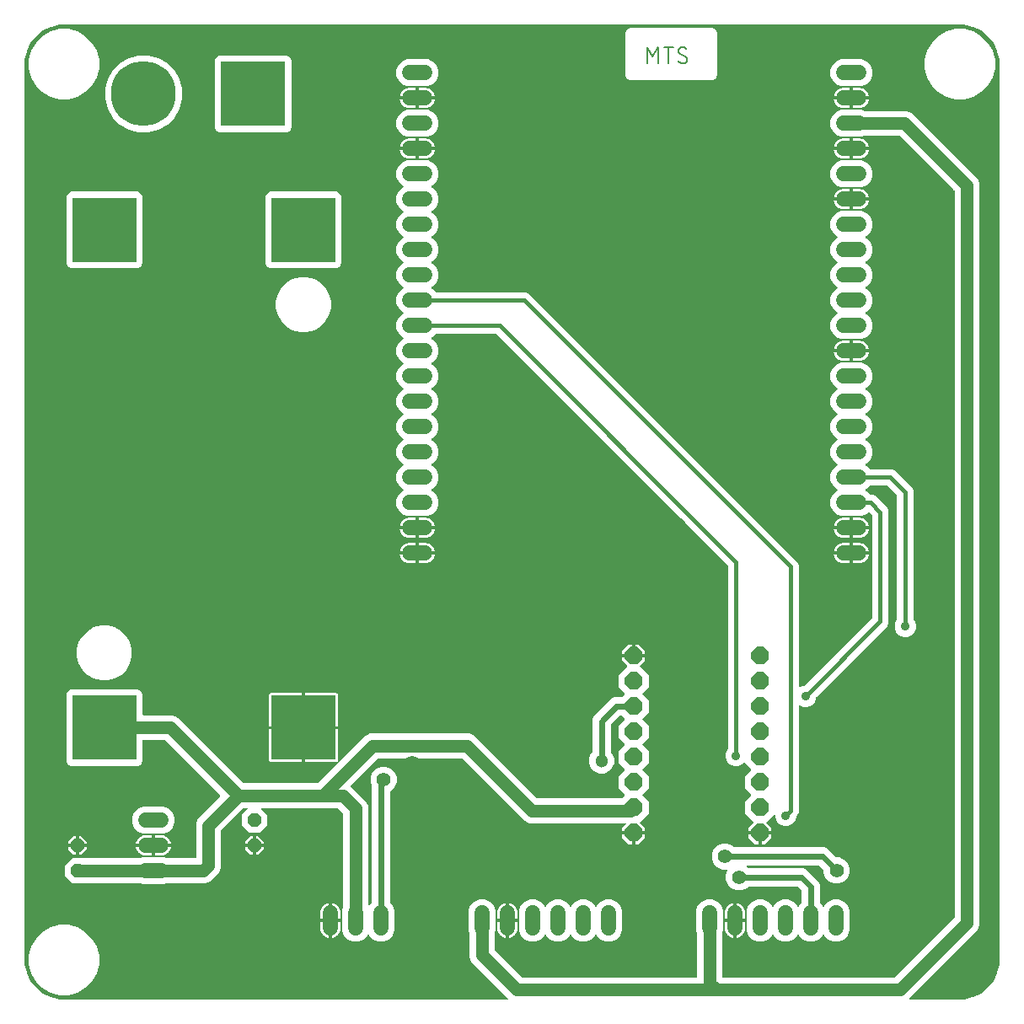
<source format=gbr>
G04 EAGLE Gerber RS-274X export*
G75*
%MOMM*%
%FSLAX34Y34*%
%LPD*%
%INTop Copper*%
%IPPOS*%
%AMOC8*
5,1,8,0,0,1.08239X$1,22.5*%
G01*
%ADD10C,0.152400*%
%ADD11P,1.429621X8X112.500000*%
%ADD12P,1.429621X8X292.500000*%
%ADD13P,1.924489X8X22.500000*%
%ADD14P,1.924489X8X202.500000*%
%ADD15C,1.524000*%
%ADD16R,6.451600X6.451600*%
%ADD17C,1.508000*%
%ADD18C,6.516000*%
%ADD19R,6.516000X6.516000*%
%ADD20C,2.000000*%
%ADD21C,1.300000*%
%ADD22C,0.609600*%
%ADD23C,1.400000*%
%ADD24C,0.900000*%
%ADD25C,0.406400*%
%ADD26C,1.270000*%

G36*
X495470Y10172D02*
X495470Y10172D01*
X495542Y10174D01*
X495591Y10192D01*
X495642Y10200D01*
X495705Y10234D01*
X495773Y10259D01*
X495813Y10291D01*
X495859Y10316D01*
X495909Y10368D01*
X495965Y10412D01*
X495993Y10456D01*
X496029Y10494D01*
X496059Y10559D01*
X496098Y10619D01*
X496110Y10670D01*
X496132Y10717D01*
X496140Y10788D01*
X496158Y10858D01*
X496154Y10910D01*
X496159Y10961D01*
X496144Y11032D01*
X496139Y11103D01*
X496118Y11151D01*
X496107Y11202D01*
X496070Y11263D01*
X496042Y11329D01*
X495997Y11385D01*
X495981Y11413D01*
X495963Y11428D01*
X495937Y11460D01*
X462957Y44441D01*
X459348Y48049D01*
X457453Y52624D01*
X457453Y76423D01*
X457443Y76488D01*
X457442Y76553D01*
X457419Y76633D01*
X457414Y76666D01*
X457404Y76683D01*
X457395Y76714D01*
X456263Y79447D01*
X456263Y99953D01*
X458339Y104965D01*
X462175Y108801D01*
X467187Y110877D01*
X472613Y110877D01*
X477625Y108801D01*
X481461Y104965D01*
X483537Y99953D01*
X483537Y79447D01*
X482405Y76714D01*
X482390Y76651D01*
X482365Y76590D01*
X482356Y76507D01*
X482349Y76475D01*
X482350Y76456D01*
X482347Y76423D01*
X482347Y60571D01*
X482361Y60481D01*
X482369Y60390D01*
X482381Y60360D01*
X482386Y60328D01*
X482429Y60248D01*
X482465Y60164D01*
X482491Y60132D01*
X482502Y60111D01*
X482525Y60089D01*
X482570Y60033D01*
X509933Y32670D01*
X510007Y32617D01*
X510076Y32557D01*
X510106Y32545D01*
X510132Y32526D01*
X510219Y32499D01*
X510304Y32465D01*
X510345Y32461D01*
X510367Y32454D01*
X510400Y32455D01*
X510471Y32447D01*
X685292Y32447D01*
X685312Y32450D01*
X685331Y32448D01*
X685433Y32470D01*
X685535Y32486D01*
X685552Y32496D01*
X685572Y32500D01*
X685661Y32553D01*
X685752Y32602D01*
X685766Y32616D01*
X685783Y32626D01*
X685850Y32705D01*
X685922Y32780D01*
X685930Y32798D01*
X685943Y32813D01*
X685982Y32909D01*
X686025Y33003D01*
X686027Y33023D01*
X686035Y33041D01*
X686053Y33208D01*
X686053Y76423D01*
X686043Y76488D01*
X686042Y76553D01*
X686019Y76633D01*
X686014Y76666D01*
X686004Y76683D01*
X685995Y76714D01*
X684863Y79447D01*
X684863Y99953D01*
X686939Y104965D01*
X690775Y108801D01*
X695787Y110877D01*
X701213Y110877D01*
X706225Y108801D01*
X710061Y104965D01*
X712137Y99953D01*
X712137Y79447D01*
X711005Y76714D01*
X710990Y76651D01*
X710965Y76590D01*
X710956Y76507D01*
X710949Y76475D01*
X710950Y76456D01*
X710947Y76423D01*
X710947Y33208D01*
X710950Y33188D01*
X710948Y33169D01*
X710970Y33067D01*
X710986Y32965D01*
X710996Y32948D01*
X711000Y32928D01*
X711053Y32839D01*
X711102Y32748D01*
X711116Y32734D01*
X711126Y32717D01*
X711205Y32650D01*
X711280Y32578D01*
X711298Y32570D01*
X711313Y32557D01*
X711409Y32518D01*
X711503Y32475D01*
X711523Y32473D01*
X711541Y32465D01*
X711708Y32447D01*
X884529Y32447D01*
X884619Y32461D01*
X884710Y32469D01*
X884740Y32481D01*
X884772Y32486D01*
X884852Y32529D01*
X884936Y32565D01*
X884968Y32591D01*
X884989Y32602D01*
X885011Y32625D01*
X885067Y32670D01*
X944330Y91933D01*
X944383Y92007D01*
X944443Y92076D01*
X944455Y92106D01*
X944474Y92132D01*
X944501Y92219D01*
X944535Y92304D01*
X944539Y92345D01*
X944546Y92367D01*
X944545Y92400D01*
X944553Y92471D01*
X944553Y822529D01*
X944539Y822619D01*
X944531Y822710D01*
X944519Y822740D01*
X944514Y822772D01*
X944471Y822852D01*
X944435Y822936D01*
X944409Y822968D01*
X944398Y822989D01*
X944375Y823011D01*
X944330Y823067D01*
X889567Y877830D01*
X889493Y877883D01*
X889424Y877943D01*
X889394Y877955D01*
X889368Y877974D01*
X889281Y878001D01*
X889196Y878035D01*
X889155Y878039D01*
X889133Y878046D01*
X889100Y878045D01*
X889029Y878053D01*
X854566Y878053D01*
X854501Y878043D01*
X854436Y878042D01*
X854356Y878019D01*
X854323Y878014D01*
X854306Y878004D01*
X854275Y877995D01*
X851348Y876783D01*
X830652Y876783D01*
X825610Y878872D01*
X821752Y882730D01*
X819663Y887772D01*
X819663Y893228D01*
X821752Y898270D01*
X825610Y902128D01*
X830652Y904217D01*
X851348Y904217D01*
X854275Y903005D01*
X854338Y902990D01*
X854399Y902965D01*
X854482Y902956D01*
X854514Y902949D01*
X854533Y902950D01*
X854566Y902947D01*
X896976Y902947D01*
X901551Y901052D01*
X967552Y835051D01*
X969447Y830476D01*
X969447Y84524D01*
X967552Y79949D01*
X963943Y76341D01*
X899063Y11460D01*
X899021Y11402D01*
X898971Y11350D01*
X898949Y11303D01*
X898919Y11261D01*
X898898Y11192D01*
X898868Y11127D01*
X898862Y11075D01*
X898847Y11025D01*
X898849Y10954D01*
X898841Y10883D01*
X898852Y10832D01*
X898853Y10780D01*
X898878Y10712D01*
X898893Y10642D01*
X898920Y10597D01*
X898938Y10549D01*
X898982Y10493D01*
X899019Y10431D01*
X899059Y10397D01*
X899091Y10357D01*
X899152Y10318D01*
X899206Y10271D01*
X899254Y10252D01*
X899298Y10224D01*
X899368Y10206D01*
X899434Y10179D01*
X899506Y10171D01*
X899537Y10163D01*
X899560Y10165D01*
X899601Y10161D01*
X950000Y10161D01*
X950016Y10163D01*
X950043Y10162D01*
X954418Y10408D01*
X954450Y10415D01*
X954545Y10426D01*
X963076Y12373D01*
X963077Y12373D01*
X963079Y12373D01*
X963237Y12429D01*
X971121Y16226D01*
X971122Y16227D01*
X971124Y16227D01*
X971265Y16317D01*
X978107Y21773D01*
X978108Y21773D01*
X978109Y21774D01*
X978227Y21893D01*
X983683Y28735D01*
X983684Y28736D01*
X983685Y28737D01*
X983699Y28758D01*
X983704Y28764D01*
X983709Y28775D01*
X983774Y28879D01*
X987571Y36763D01*
X987571Y36764D01*
X987572Y36766D01*
X987627Y36924D01*
X989574Y45455D01*
X989576Y45487D01*
X989592Y45582D01*
X989838Y49957D01*
X989836Y49974D01*
X989839Y50000D01*
X989839Y950000D01*
X989837Y950016D01*
X989838Y950043D01*
X989592Y954418D01*
X989585Y954450D01*
X989574Y954545D01*
X987627Y963076D01*
X987627Y963077D01*
X987627Y963079D01*
X987571Y963237D01*
X983774Y971121D01*
X983773Y971122D01*
X983773Y971124D01*
X983683Y971265D01*
X978227Y978107D01*
X978227Y978108D01*
X978226Y978109D01*
X978107Y978227D01*
X971265Y983683D01*
X971264Y983684D01*
X971263Y983685D01*
X971121Y983774D01*
X963237Y987571D01*
X963236Y987571D01*
X963234Y987572D01*
X963076Y987627D01*
X959916Y988348D01*
X959916Y988349D01*
X956581Y989110D01*
X954545Y989574D01*
X954513Y989576D01*
X954418Y989592D01*
X950043Y989838D01*
X950026Y989836D01*
X950000Y989839D01*
X50000Y989839D01*
X49984Y989837D01*
X49957Y989838D01*
X45582Y989592D01*
X45550Y989585D01*
X45455Y989574D01*
X36924Y987627D01*
X36923Y987627D01*
X36921Y987627D01*
X36763Y987571D01*
X28879Y983774D01*
X28878Y983773D01*
X28876Y983773D01*
X28735Y983683D01*
X21893Y978228D01*
X21892Y978227D01*
X21891Y978226D01*
X21773Y978107D01*
X16317Y971265D01*
X16316Y971264D01*
X16315Y971263D01*
X16226Y971121D01*
X12429Y963237D01*
X12429Y963236D01*
X12428Y963234D01*
X12373Y963076D01*
X10426Y954545D01*
X10424Y954513D01*
X10408Y954418D01*
X10162Y950043D01*
X10164Y950026D01*
X10161Y950000D01*
X10161Y50000D01*
X10163Y49984D01*
X10162Y49957D01*
X10408Y45582D01*
X10415Y45550D01*
X10426Y45455D01*
X12373Y36924D01*
X12373Y36923D01*
X12373Y36921D01*
X12429Y36763D01*
X16226Y28879D01*
X16227Y28878D01*
X16227Y28876D01*
X16317Y28735D01*
X21773Y21893D01*
X21773Y21892D01*
X21774Y21891D01*
X21893Y21773D01*
X28735Y16317D01*
X28736Y16316D01*
X28737Y16315D01*
X28879Y16226D01*
X36763Y12429D01*
X36764Y12429D01*
X36766Y12428D01*
X36924Y12373D01*
X39864Y11702D01*
X43199Y10940D01*
X45455Y10426D01*
X45487Y10424D01*
X45582Y10408D01*
X49957Y10162D01*
X49974Y10164D01*
X50000Y10161D01*
X495399Y10161D01*
X495470Y10172D01*
G37*
%LPC*%
G36*
X749299Y177799D02*
X749299Y177799D01*
X749299Y178562D01*
X749296Y178582D01*
X749298Y178601D01*
X749276Y178703D01*
X749259Y178805D01*
X749250Y178822D01*
X749246Y178842D01*
X749193Y178931D01*
X749144Y179022D01*
X749130Y179036D01*
X749120Y179053D01*
X749041Y179120D01*
X748966Y179191D01*
X748948Y179200D01*
X748933Y179213D01*
X748837Y179252D01*
X748743Y179295D01*
X748723Y179297D01*
X748705Y179305D01*
X748538Y179323D01*
X737869Y179323D01*
X737869Y182535D01*
X742782Y187447D01*
X742793Y187463D01*
X742809Y187476D01*
X742865Y187563D01*
X742925Y187647D01*
X742931Y187666D01*
X742942Y187683D01*
X742967Y187783D01*
X742998Y187882D01*
X742997Y187902D01*
X743002Y187921D01*
X742994Y188024D01*
X742991Y188128D01*
X742984Y188147D01*
X742983Y188167D01*
X742943Y188261D01*
X742907Y188359D01*
X742894Y188375D01*
X742887Y188393D01*
X742782Y188524D01*
X734313Y196992D01*
X734313Y209408D01*
X740267Y215362D01*
X740279Y215378D01*
X740294Y215390D01*
X740351Y215478D01*
X740411Y215561D01*
X740417Y215580D01*
X740427Y215597D01*
X740453Y215698D01*
X740483Y215797D01*
X740483Y215816D01*
X740488Y215836D01*
X740480Y215939D01*
X740477Y216042D01*
X740470Y216061D01*
X740468Y216081D01*
X740428Y216176D01*
X740392Y216273D01*
X740380Y216289D01*
X740372Y216307D01*
X740267Y216438D01*
X734313Y222392D01*
X734313Y234808D01*
X740267Y240762D01*
X740279Y240778D01*
X740294Y240790D01*
X740351Y240878D01*
X740411Y240961D01*
X740417Y240980D01*
X740427Y240997D01*
X740453Y241098D01*
X740483Y241197D01*
X740483Y241216D01*
X740488Y241236D01*
X740480Y241339D01*
X740477Y241442D01*
X740470Y241461D01*
X740468Y241481D01*
X740428Y241576D01*
X740392Y241673D01*
X740380Y241689D01*
X740372Y241707D01*
X740267Y241838D01*
X734161Y247944D01*
X734158Y247950D01*
X734110Y247995D01*
X734106Y248000D01*
X734062Y248055D01*
X734018Y248083D01*
X733980Y248119D01*
X733915Y248149D01*
X733855Y248188D01*
X733804Y248201D01*
X733757Y248223D01*
X733686Y248230D01*
X733616Y248248D01*
X733564Y248244D01*
X733513Y248250D01*
X733442Y248234D01*
X733371Y248229D01*
X733323Y248208D01*
X733272Y248197D01*
X733211Y248161D01*
X733145Y248133D01*
X733089Y248088D01*
X733061Y248071D01*
X733046Y248053D01*
X733014Y248028D01*
X731003Y246017D01*
X727108Y244403D01*
X722892Y244403D01*
X718997Y246017D01*
X716017Y248997D01*
X714403Y252892D01*
X714403Y257108D01*
X716017Y261003D01*
X716648Y261634D01*
X716696Y261701D01*
X716701Y261706D01*
X716703Y261710D01*
X716761Y261778D01*
X716773Y261808D01*
X716792Y261834D01*
X716819Y261921D01*
X716853Y262006D01*
X716857Y262047D01*
X716864Y262069D01*
X716863Y262101D01*
X716871Y262173D01*
X716871Y446318D01*
X716857Y446408D01*
X716849Y446499D01*
X716837Y446528D01*
X716832Y446560D01*
X716789Y446641D01*
X716753Y446725D01*
X716727Y446757D01*
X716716Y446778D01*
X716693Y446800D01*
X716648Y446856D01*
X484556Y678948D01*
X484482Y679001D01*
X484413Y679061D01*
X484382Y679073D01*
X484356Y679092D01*
X484269Y679119D01*
X484184Y679153D01*
X484143Y679157D01*
X484121Y679164D01*
X484089Y679163D01*
X484018Y679171D01*
X424205Y679171D01*
X424115Y679157D01*
X424024Y679149D01*
X423994Y679137D01*
X423962Y679132D01*
X423882Y679089D01*
X423798Y679053D01*
X423765Y679027D01*
X423745Y679016D01*
X423723Y678993D01*
X423667Y678948D01*
X420390Y675672D01*
X419501Y675303D01*
X419440Y675266D01*
X419375Y675236D01*
X419336Y675201D01*
X419292Y675174D01*
X419246Y675119D01*
X419193Y675070D01*
X419168Y675024D01*
X419135Y674984D01*
X419109Y674917D01*
X419075Y674854D01*
X419066Y674803D01*
X419047Y674755D01*
X419044Y674683D01*
X419031Y674612D01*
X419039Y674561D01*
X419037Y674509D01*
X419056Y674440D01*
X419067Y674369D01*
X419091Y674323D01*
X419105Y674273D01*
X419146Y674214D01*
X419178Y674150D01*
X419216Y674113D01*
X419245Y674071D01*
X419303Y674028D01*
X419354Y673978D01*
X419417Y673943D01*
X419443Y673924D01*
X419465Y673917D01*
X419501Y673897D01*
X420390Y673528D01*
X424248Y669670D01*
X426337Y664628D01*
X426337Y659172D01*
X424248Y654130D01*
X420390Y650272D01*
X419501Y649903D01*
X419440Y649866D01*
X419375Y649836D01*
X419336Y649801D01*
X419292Y649774D01*
X419246Y649719D01*
X419193Y649670D01*
X419168Y649624D01*
X419135Y649584D01*
X419109Y649517D01*
X419075Y649454D01*
X419066Y649403D01*
X419047Y649355D01*
X419044Y649283D01*
X419031Y649212D01*
X419039Y649161D01*
X419037Y649109D01*
X419056Y649040D01*
X419067Y648969D01*
X419091Y648923D01*
X419105Y648873D01*
X419146Y648814D01*
X419178Y648750D01*
X419216Y648713D01*
X419245Y648671D01*
X419303Y648628D01*
X419354Y648578D01*
X419417Y648543D01*
X419443Y648524D01*
X419465Y648517D01*
X419501Y648497D01*
X420390Y648128D01*
X424248Y644270D01*
X426337Y639228D01*
X426337Y633772D01*
X424248Y628730D01*
X420390Y624872D01*
X419501Y624503D01*
X419440Y624466D01*
X419375Y624436D01*
X419336Y624401D01*
X419292Y624374D01*
X419246Y624319D01*
X419193Y624270D01*
X419168Y624224D01*
X419135Y624184D01*
X419109Y624117D01*
X419075Y624054D01*
X419066Y624003D01*
X419047Y623955D01*
X419044Y623883D01*
X419031Y623812D01*
X419039Y623761D01*
X419037Y623709D01*
X419056Y623640D01*
X419067Y623569D01*
X419091Y623523D01*
X419105Y623473D01*
X419146Y623414D01*
X419178Y623350D01*
X419216Y623313D01*
X419245Y623271D01*
X419303Y623228D01*
X419354Y623178D01*
X419417Y623143D01*
X419443Y623124D01*
X419465Y623117D01*
X419501Y623097D01*
X420390Y622728D01*
X424248Y618870D01*
X426337Y613828D01*
X426337Y608372D01*
X424248Y603330D01*
X420390Y599472D01*
X419501Y599103D01*
X419440Y599066D01*
X419375Y599036D01*
X419336Y599001D01*
X419292Y598974D01*
X419246Y598919D01*
X419193Y598870D01*
X419168Y598824D01*
X419135Y598784D01*
X419109Y598717D01*
X419075Y598654D01*
X419066Y598603D01*
X419047Y598555D01*
X419044Y598483D01*
X419031Y598412D01*
X419039Y598361D01*
X419037Y598309D01*
X419056Y598240D01*
X419067Y598169D01*
X419091Y598123D01*
X419105Y598073D01*
X419146Y598014D01*
X419178Y597950D01*
X419216Y597913D01*
X419245Y597871D01*
X419303Y597828D01*
X419354Y597778D01*
X419417Y597743D01*
X419443Y597724D01*
X419465Y597717D01*
X419501Y597697D01*
X420390Y597328D01*
X424248Y593470D01*
X426337Y588428D01*
X426337Y582972D01*
X424248Y577930D01*
X420390Y574072D01*
X419501Y573703D01*
X419440Y573666D01*
X419375Y573636D01*
X419336Y573601D01*
X419292Y573574D01*
X419246Y573519D01*
X419193Y573470D01*
X419168Y573424D01*
X419135Y573384D01*
X419109Y573317D01*
X419075Y573254D01*
X419066Y573203D01*
X419047Y573155D01*
X419044Y573083D01*
X419031Y573012D01*
X419039Y572961D01*
X419037Y572909D01*
X419056Y572840D01*
X419067Y572769D01*
X419091Y572723D01*
X419105Y572673D01*
X419146Y572614D01*
X419178Y572550D01*
X419216Y572513D01*
X419245Y572471D01*
X419303Y572428D01*
X419354Y572378D01*
X419417Y572343D01*
X419443Y572324D01*
X419465Y572317D01*
X419501Y572297D01*
X420390Y571928D01*
X424248Y568070D01*
X426337Y563028D01*
X426337Y557572D01*
X424248Y552530D01*
X420390Y548672D01*
X419501Y548303D01*
X419440Y548266D01*
X419375Y548236D01*
X419353Y548217D01*
X419340Y548210D01*
X419326Y548195D01*
X419292Y548174D01*
X419246Y548119D01*
X419193Y548070D01*
X419174Y548035D01*
X419171Y548031D01*
X419166Y548022D01*
X419135Y547984D01*
X419109Y547917D01*
X419075Y547854D01*
X419066Y547803D01*
X419047Y547755D01*
X419044Y547683D01*
X419031Y547612D01*
X419039Y547561D01*
X419037Y547509D01*
X419056Y547440D01*
X419067Y547369D01*
X419091Y547323D01*
X419105Y547273D01*
X419146Y547214D01*
X419178Y547150D01*
X419216Y547113D01*
X419245Y547071D01*
X419303Y547028D01*
X419354Y546978D01*
X419417Y546943D01*
X419443Y546924D01*
X419465Y546917D01*
X419501Y546897D01*
X420390Y546528D01*
X424248Y542670D01*
X426337Y537628D01*
X426337Y532172D01*
X424248Y527130D01*
X420390Y523272D01*
X419501Y522903D01*
X419440Y522866D01*
X419375Y522836D01*
X419336Y522801D01*
X419292Y522774D01*
X419246Y522719D01*
X419193Y522670D01*
X419168Y522624D01*
X419135Y522584D01*
X419109Y522517D01*
X419075Y522454D01*
X419066Y522403D01*
X419047Y522355D01*
X419044Y522283D01*
X419031Y522212D01*
X419039Y522161D01*
X419037Y522109D01*
X419056Y522040D01*
X419067Y521969D01*
X419091Y521923D01*
X419105Y521873D01*
X419146Y521814D01*
X419178Y521750D01*
X419216Y521713D01*
X419245Y521671D01*
X419303Y521628D01*
X419354Y521578D01*
X419417Y521543D01*
X419443Y521524D01*
X419465Y521517D01*
X419501Y521497D01*
X420390Y521128D01*
X424248Y517270D01*
X426337Y512228D01*
X426337Y506772D01*
X424248Y501730D01*
X420390Y497872D01*
X415348Y495783D01*
X394652Y495783D01*
X389610Y497872D01*
X385752Y501730D01*
X383663Y506772D01*
X383663Y512228D01*
X385752Y517270D01*
X389610Y521128D01*
X390499Y521497D01*
X390560Y521534D01*
X390625Y521564D01*
X390664Y521599D01*
X390708Y521626D01*
X390754Y521682D01*
X390807Y521730D01*
X390832Y521776D01*
X390865Y521816D01*
X390891Y521883D01*
X390925Y521946D01*
X390934Y521997D01*
X390953Y522045D01*
X390956Y522117D01*
X390969Y522188D01*
X390961Y522239D01*
X390963Y522291D01*
X390944Y522360D01*
X390933Y522431D01*
X390909Y522477D01*
X390895Y522527D01*
X390854Y522586D01*
X390822Y522650D01*
X390784Y522687D01*
X390755Y522729D01*
X390697Y522772D01*
X390646Y522822D01*
X390583Y522857D01*
X390557Y522876D01*
X390535Y522884D01*
X390499Y522903D01*
X389610Y523272D01*
X385752Y527130D01*
X383663Y532172D01*
X383663Y537628D01*
X385752Y542670D01*
X389610Y546528D01*
X390499Y546897D01*
X390560Y546934D01*
X390625Y546964D01*
X390664Y546999D01*
X390708Y547026D01*
X390754Y547082D01*
X390807Y547130D01*
X390832Y547176D01*
X390865Y547216D01*
X390891Y547283D01*
X390925Y547346D01*
X390934Y547397D01*
X390953Y547445D01*
X390956Y547517D01*
X390969Y547588D01*
X390961Y547639D01*
X390963Y547691D01*
X390944Y547760D01*
X390933Y547831D01*
X390909Y547877D01*
X390908Y547882D01*
X390908Y547883D01*
X390895Y547927D01*
X390854Y547986D01*
X390822Y548050D01*
X390789Y548082D01*
X390782Y548094D01*
X390776Y548099D01*
X390755Y548129D01*
X390697Y548172D01*
X390646Y548222D01*
X390606Y548244D01*
X390595Y548254D01*
X390578Y548261D01*
X390557Y548276D01*
X390535Y548284D01*
X390499Y548303D01*
X389610Y548672D01*
X385752Y552530D01*
X383663Y557572D01*
X383663Y563028D01*
X385752Y568070D01*
X389610Y571928D01*
X390499Y572297D01*
X390560Y572334D01*
X390625Y572364D01*
X390664Y572399D01*
X390708Y572426D01*
X390754Y572482D01*
X390807Y572530D01*
X390832Y572576D01*
X390865Y572616D01*
X390891Y572683D01*
X390925Y572746D01*
X390934Y572797D01*
X390953Y572845D01*
X390956Y572917D01*
X390969Y572988D01*
X390961Y573039D01*
X390963Y573091D01*
X390944Y573160D01*
X390933Y573231D01*
X390909Y573277D01*
X390895Y573327D01*
X390854Y573386D01*
X390822Y573450D01*
X390784Y573487D01*
X390755Y573529D01*
X390697Y573572D01*
X390646Y573622D01*
X390583Y573657D01*
X390557Y573676D01*
X390535Y573684D01*
X390499Y573703D01*
X389610Y574072D01*
X385752Y577930D01*
X383663Y582972D01*
X383663Y588428D01*
X385752Y593470D01*
X389610Y597328D01*
X390499Y597697D01*
X390560Y597734D01*
X390625Y597764D01*
X390664Y597799D01*
X390708Y597826D01*
X390754Y597882D01*
X390807Y597930D01*
X390832Y597976D01*
X390865Y598016D01*
X390891Y598083D01*
X390925Y598146D01*
X390934Y598197D01*
X390953Y598245D01*
X390956Y598317D01*
X390969Y598388D01*
X390961Y598439D01*
X390963Y598491D01*
X390944Y598560D01*
X390933Y598631D01*
X390909Y598677D01*
X390895Y598727D01*
X390854Y598786D01*
X390822Y598850D01*
X390784Y598887D01*
X390755Y598929D01*
X390697Y598972D01*
X390646Y599022D01*
X390583Y599057D01*
X390557Y599076D01*
X390535Y599084D01*
X390499Y599103D01*
X389610Y599472D01*
X385752Y603330D01*
X383663Y608372D01*
X383663Y613828D01*
X385752Y618870D01*
X389610Y622728D01*
X390499Y623097D01*
X390560Y623134D01*
X390625Y623164D01*
X390664Y623199D01*
X390708Y623226D01*
X390754Y623282D01*
X390807Y623330D01*
X390832Y623376D01*
X390865Y623416D01*
X390891Y623483D01*
X390925Y623546D01*
X390934Y623597D01*
X390953Y623645D01*
X390956Y623717D01*
X390969Y623788D01*
X390961Y623839D01*
X390963Y623891D01*
X390944Y623960D01*
X390933Y624031D01*
X390909Y624077D01*
X390895Y624127D01*
X390854Y624186D01*
X390822Y624250D01*
X390784Y624287D01*
X390755Y624329D01*
X390697Y624372D01*
X390646Y624422D01*
X390583Y624457D01*
X390557Y624476D01*
X390535Y624484D01*
X390499Y624503D01*
X389610Y624872D01*
X385752Y628730D01*
X383663Y633772D01*
X383663Y639228D01*
X385752Y644270D01*
X389610Y648128D01*
X390499Y648497D01*
X390560Y648534D01*
X390625Y648564D01*
X390664Y648599D01*
X390708Y648626D01*
X390754Y648682D01*
X390807Y648730D01*
X390832Y648776D01*
X390865Y648816D01*
X390891Y648883D01*
X390925Y648946D01*
X390934Y648997D01*
X390953Y649045D01*
X390956Y649117D01*
X390969Y649188D01*
X390961Y649239D01*
X390963Y649291D01*
X390944Y649360D01*
X390933Y649431D01*
X390909Y649477D01*
X390895Y649527D01*
X390854Y649586D01*
X390822Y649650D01*
X390784Y649687D01*
X390755Y649729D01*
X390697Y649772D01*
X390646Y649822D01*
X390583Y649857D01*
X390557Y649876D01*
X390535Y649884D01*
X390499Y649903D01*
X389610Y650272D01*
X385752Y654130D01*
X383663Y659172D01*
X383663Y664628D01*
X385752Y669670D01*
X389610Y673528D01*
X390499Y673897D01*
X390560Y673934D01*
X390625Y673964D01*
X390664Y673999D01*
X390708Y674026D01*
X390754Y674082D01*
X390807Y674130D01*
X390832Y674176D01*
X390865Y674216D01*
X390891Y674283D01*
X390925Y674346D01*
X390934Y674397D01*
X390953Y674445D01*
X390956Y674517D01*
X390969Y674588D01*
X390961Y674639D01*
X390963Y674691D01*
X390944Y674760D01*
X390933Y674831D01*
X390909Y674877D01*
X390895Y674927D01*
X390854Y674986D01*
X390822Y675050D01*
X390784Y675087D01*
X390755Y675129D01*
X390697Y675172D01*
X390646Y675222D01*
X390583Y675257D01*
X390557Y675276D01*
X390535Y675284D01*
X390499Y675303D01*
X389610Y675672D01*
X385752Y679530D01*
X383663Y684572D01*
X383663Y690028D01*
X385752Y695070D01*
X389610Y698928D01*
X390499Y699297D01*
X390560Y699334D01*
X390625Y699364D01*
X390664Y699399D01*
X390708Y699426D01*
X390754Y699481D01*
X390807Y699530D01*
X390832Y699576D01*
X390865Y699616D01*
X390891Y699683D01*
X390925Y699746D01*
X390934Y699797D01*
X390953Y699845D01*
X390956Y699917D01*
X390969Y699988D01*
X390961Y700039D01*
X390963Y700091D01*
X390944Y700160D01*
X390933Y700231D01*
X390909Y700277D01*
X390895Y700327D01*
X390854Y700386D01*
X390822Y700450D01*
X390784Y700487D01*
X390755Y700529D01*
X390697Y700572D01*
X390646Y700622D01*
X390583Y700657D01*
X390557Y700676D01*
X390535Y700683D01*
X390499Y700703D01*
X389610Y701072D01*
X385752Y704930D01*
X383663Y709972D01*
X383663Y715428D01*
X385752Y720470D01*
X389610Y724328D01*
X390499Y724697D01*
X390560Y724734D01*
X390625Y724764D01*
X390664Y724799D01*
X390708Y724826D01*
X390754Y724882D01*
X390807Y724930D01*
X390832Y724976D01*
X390865Y725016D01*
X390891Y725083D01*
X390925Y725146D01*
X390934Y725197D01*
X390953Y725245D01*
X390956Y725317D01*
X390969Y725388D01*
X390961Y725439D01*
X390963Y725491D01*
X390943Y725560D01*
X390933Y725631D01*
X390909Y725677D01*
X390895Y725727D01*
X390854Y725786D01*
X390822Y725850D01*
X390784Y725887D01*
X390755Y725929D01*
X390697Y725972D01*
X390646Y726022D01*
X390583Y726057D01*
X390557Y726076D01*
X390535Y726083D01*
X390499Y726103D01*
X389610Y726472D01*
X385752Y730330D01*
X383663Y735372D01*
X383663Y740828D01*
X385752Y745870D01*
X389610Y749728D01*
X390499Y750097D01*
X390560Y750134D01*
X390625Y750164D01*
X390664Y750199D01*
X390708Y750226D01*
X390754Y750282D01*
X390807Y750330D01*
X390832Y750376D01*
X390865Y750416D01*
X390891Y750483D01*
X390925Y750546D01*
X390934Y750597D01*
X390953Y750645D01*
X390956Y750717D01*
X390969Y750788D01*
X390961Y750839D01*
X390963Y750891D01*
X390943Y750960D01*
X390933Y751031D01*
X390909Y751077D01*
X390895Y751127D01*
X390854Y751186D01*
X390822Y751250D01*
X390784Y751287D01*
X390755Y751329D01*
X390697Y751372D01*
X390646Y751422D01*
X390583Y751457D01*
X390557Y751476D01*
X390535Y751483D01*
X390499Y751503D01*
X389610Y751872D01*
X385752Y755730D01*
X383663Y760772D01*
X383663Y766228D01*
X385752Y771270D01*
X389610Y775128D01*
X390499Y775497D01*
X390560Y775534D01*
X390625Y775564D01*
X390664Y775599D01*
X390708Y775626D01*
X390754Y775682D01*
X390807Y775730D01*
X390832Y775776D01*
X390865Y775816D01*
X390891Y775883D01*
X390925Y775946D01*
X390934Y775997D01*
X390953Y776045D01*
X390956Y776117D01*
X390969Y776188D01*
X390961Y776239D01*
X390963Y776291D01*
X390944Y776360D01*
X390933Y776431D01*
X390909Y776477D01*
X390895Y776527D01*
X390854Y776586D01*
X390822Y776650D01*
X390784Y776687D01*
X390755Y776729D01*
X390697Y776772D01*
X390646Y776822D01*
X390583Y776857D01*
X390557Y776876D01*
X390535Y776884D01*
X390499Y776903D01*
X389610Y777272D01*
X385752Y781130D01*
X383663Y786172D01*
X383663Y791628D01*
X385752Y796670D01*
X389610Y800528D01*
X390499Y800897D01*
X390560Y800934D01*
X390625Y800964D01*
X390664Y800999D01*
X390708Y801026D01*
X390754Y801082D01*
X390807Y801130D01*
X390832Y801176D01*
X390865Y801216D01*
X390891Y801283D01*
X390925Y801346D01*
X390934Y801397D01*
X390953Y801445D01*
X390956Y801517D01*
X390969Y801588D01*
X390961Y801639D01*
X390963Y801691D01*
X390944Y801760D01*
X390933Y801831D01*
X390909Y801877D01*
X390895Y801927D01*
X390854Y801986D01*
X390822Y802050D01*
X390784Y802087D01*
X390755Y802129D01*
X390697Y802172D01*
X390646Y802222D01*
X390583Y802257D01*
X390557Y802276D01*
X390535Y802284D01*
X390499Y802303D01*
X389610Y802672D01*
X385752Y806530D01*
X383663Y811572D01*
X383663Y817028D01*
X385752Y822070D01*
X389610Y825928D01*
X390499Y826297D01*
X390560Y826334D01*
X390625Y826364D01*
X390664Y826399D01*
X390708Y826426D01*
X390754Y826482D01*
X390807Y826530D01*
X390832Y826576D01*
X390865Y826616D01*
X390891Y826683D01*
X390925Y826746D01*
X390934Y826797D01*
X390953Y826845D01*
X390956Y826917D01*
X390969Y826988D01*
X390961Y827039D01*
X390963Y827091D01*
X390944Y827160D01*
X390933Y827231D01*
X390909Y827277D01*
X390895Y827327D01*
X390854Y827386D01*
X390822Y827450D01*
X390784Y827487D01*
X390755Y827529D01*
X390697Y827572D01*
X390646Y827622D01*
X390583Y827657D01*
X390557Y827676D01*
X390535Y827684D01*
X390499Y827703D01*
X389610Y828072D01*
X385752Y831930D01*
X383663Y836972D01*
X383663Y842428D01*
X385752Y847470D01*
X389610Y851328D01*
X394652Y853417D01*
X415348Y853417D01*
X420390Y851328D01*
X424248Y847470D01*
X426337Y842428D01*
X426337Y836972D01*
X424248Y831930D01*
X420390Y828072D01*
X419501Y827703D01*
X419440Y827666D01*
X419375Y827636D01*
X419336Y827601D01*
X419292Y827574D01*
X419246Y827519D01*
X419193Y827470D01*
X419168Y827424D01*
X419135Y827384D01*
X419109Y827317D01*
X419075Y827254D01*
X419066Y827203D01*
X419047Y827155D01*
X419044Y827083D01*
X419031Y827012D01*
X419039Y826961D01*
X419037Y826909D01*
X419056Y826840D01*
X419067Y826769D01*
X419091Y826723D01*
X419105Y826673D01*
X419146Y826614D01*
X419178Y826550D01*
X419216Y826513D01*
X419245Y826471D01*
X419303Y826428D01*
X419354Y826378D01*
X419417Y826343D01*
X419443Y826324D01*
X419465Y826317D01*
X419501Y826297D01*
X420390Y825928D01*
X424248Y822070D01*
X426337Y817028D01*
X426337Y811572D01*
X424248Y806530D01*
X420390Y802672D01*
X419501Y802303D01*
X419440Y802266D01*
X419375Y802236D01*
X419336Y802201D01*
X419292Y802174D01*
X419246Y802119D01*
X419193Y802070D01*
X419168Y802024D01*
X419135Y801984D01*
X419109Y801917D01*
X419075Y801854D01*
X419066Y801803D01*
X419047Y801755D01*
X419044Y801683D01*
X419031Y801612D01*
X419039Y801561D01*
X419037Y801509D01*
X419056Y801440D01*
X419067Y801369D01*
X419091Y801323D01*
X419105Y801273D01*
X419146Y801214D01*
X419178Y801150D01*
X419216Y801113D01*
X419245Y801071D01*
X419303Y801028D01*
X419354Y800978D01*
X419417Y800943D01*
X419443Y800924D01*
X419465Y800917D01*
X419501Y800897D01*
X420390Y800528D01*
X424248Y796670D01*
X426337Y791628D01*
X426337Y786172D01*
X424248Y781130D01*
X420390Y777272D01*
X419501Y776903D01*
X419440Y776866D01*
X419375Y776836D01*
X419336Y776801D01*
X419292Y776774D01*
X419246Y776719D01*
X419193Y776670D01*
X419168Y776624D01*
X419135Y776584D01*
X419109Y776517D01*
X419075Y776454D01*
X419066Y776403D01*
X419047Y776355D01*
X419044Y776283D01*
X419031Y776212D01*
X419039Y776161D01*
X419037Y776109D01*
X419056Y776040D01*
X419067Y775969D01*
X419091Y775923D01*
X419105Y775873D01*
X419146Y775814D01*
X419178Y775750D01*
X419216Y775713D01*
X419245Y775671D01*
X419303Y775628D01*
X419354Y775578D01*
X419417Y775543D01*
X419443Y775524D01*
X419465Y775517D01*
X419501Y775497D01*
X420390Y775128D01*
X424248Y771270D01*
X426337Y766228D01*
X426337Y760772D01*
X424248Y755730D01*
X420390Y751872D01*
X419501Y751503D01*
X419440Y751466D01*
X419375Y751436D01*
X419336Y751401D01*
X419292Y751374D01*
X419246Y751319D01*
X419193Y751270D01*
X419168Y751224D01*
X419135Y751184D01*
X419109Y751117D01*
X419075Y751054D01*
X419066Y751003D01*
X419047Y750955D01*
X419044Y750883D01*
X419031Y750812D01*
X419039Y750761D01*
X419037Y750709D01*
X419057Y750640D01*
X419067Y750569D01*
X419091Y750523D01*
X419105Y750473D01*
X419146Y750414D01*
X419178Y750350D01*
X419216Y750313D01*
X419245Y750271D01*
X419303Y750228D01*
X419354Y750178D01*
X419417Y750143D01*
X419443Y750124D01*
X419465Y750117D01*
X419501Y750097D01*
X420390Y749728D01*
X424248Y745870D01*
X426337Y740828D01*
X426337Y735372D01*
X424248Y730330D01*
X420390Y726472D01*
X419501Y726103D01*
X419440Y726066D01*
X419375Y726036D01*
X419336Y726001D01*
X419292Y725974D01*
X419246Y725919D01*
X419193Y725870D01*
X419168Y725824D01*
X419135Y725784D01*
X419109Y725717D01*
X419075Y725654D01*
X419066Y725603D01*
X419047Y725555D01*
X419044Y725483D01*
X419031Y725412D01*
X419039Y725361D01*
X419037Y725309D01*
X419057Y725240D01*
X419067Y725169D01*
X419091Y725123D01*
X419105Y725073D01*
X419146Y725014D01*
X419178Y724950D01*
X419216Y724913D01*
X419245Y724871D01*
X419303Y724828D01*
X419354Y724778D01*
X419417Y724743D01*
X419443Y724724D01*
X419465Y724717D01*
X419501Y724697D01*
X420390Y724328D01*
X423667Y721052D01*
X423741Y720999D01*
X423810Y720939D01*
X423840Y720927D01*
X423866Y720908D01*
X423953Y720881D01*
X424038Y720847D01*
X424079Y720843D01*
X424102Y720836D01*
X424134Y720837D01*
X424205Y720829D01*
X513917Y720829D01*
X516905Y719591D01*
X786891Y449605D01*
X788129Y446617D01*
X788129Y324763D01*
X788136Y324718D01*
X788134Y324672D01*
X788156Y324597D01*
X788168Y324520D01*
X788190Y324480D01*
X788203Y324436D01*
X788247Y324371D01*
X788284Y324303D01*
X788317Y324271D01*
X788343Y324233D01*
X788406Y324187D01*
X788462Y324133D01*
X788504Y324114D01*
X788540Y324087D01*
X788614Y324063D01*
X788685Y324030D01*
X788731Y324025D01*
X788774Y324011D01*
X788852Y324011D01*
X788929Y324003D01*
X788974Y324012D01*
X789020Y324013D01*
X789152Y324051D01*
X789170Y324055D01*
X789174Y324058D01*
X789181Y324060D01*
X792892Y325597D01*
X793786Y325597D01*
X793876Y325611D01*
X793967Y325619D01*
X793996Y325631D01*
X794028Y325636D01*
X794109Y325679D01*
X794193Y325715D01*
X794225Y325741D01*
X794246Y325752D01*
X794268Y325775D01*
X794324Y325820D01*
X861648Y393144D01*
X861701Y393218D01*
X861761Y393287D01*
X861773Y393318D01*
X861792Y393344D01*
X861819Y393431D01*
X861853Y393516D01*
X861857Y393557D01*
X861864Y393579D01*
X861863Y393611D01*
X861871Y393682D01*
X861871Y496318D01*
X861857Y496408D01*
X861849Y496499D01*
X861837Y496528D01*
X861832Y496560D01*
X861789Y496641D01*
X861753Y496725D01*
X861727Y496757D01*
X861716Y496778D01*
X861693Y496800D01*
X861648Y496856D01*
X859050Y499455D01*
X859033Y499466D01*
X859021Y499482D01*
X858934Y499538D01*
X858850Y499598D01*
X858831Y499604D01*
X858814Y499615D01*
X858714Y499640D01*
X858615Y499671D01*
X858595Y499670D01*
X858576Y499675D01*
X858473Y499667D01*
X858369Y499664D01*
X858350Y499657D01*
X858330Y499656D01*
X858235Y499615D01*
X858138Y499580D01*
X858122Y499567D01*
X858104Y499559D01*
X857973Y499455D01*
X856390Y497872D01*
X851348Y495783D01*
X830652Y495783D01*
X825610Y497872D01*
X821752Y501730D01*
X819663Y506772D01*
X819663Y512228D01*
X821752Y517270D01*
X825610Y521128D01*
X826499Y521497D01*
X826560Y521534D01*
X826625Y521564D01*
X826664Y521599D01*
X826708Y521626D01*
X826754Y521682D01*
X826807Y521730D01*
X826832Y521776D01*
X826865Y521816D01*
X826891Y521883D01*
X826925Y521946D01*
X826934Y521997D01*
X826953Y522045D01*
X826956Y522117D01*
X826969Y522188D01*
X826961Y522239D01*
X826963Y522291D01*
X826944Y522360D01*
X826933Y522431D01*
X826909Y522477D01*
X826895Y522527D01*
X826854Y522586D01*
X826822Y522650D01*
X826784Y522687D01*
X826755Y522729D01*
X826697Y522772D01*
X826646Y522822D01*
X826583Y522857D01*
X826557Y522876D01*
X826535Y522884D01*
X826499Y522903D01*
X825610Y523272D01*
X821752Y527130D01*
X819663Y532172D01*
X819663Y537628D01*
X821752Y542670D01*
X825610Y546528D01*
X826499Y546897D01*
X826560Y546934D01*
X826625Y546964D01*
X826664Y546999D01*
X826708Y547026D01*
X826754Y547081D01*
X826807Y547130D01*
X826832Y547176D01*
X826865Y547216D01*
X826891Y547283D01*
X826925Y547346D01*
X826934Y547397D01*
X826953Y547445D01*
X826956Y547517D01*
X826969Y547588D01*
X826961Y547639D01*
X826963Y547691D01*
X826944Y547760D01*
X826933Y547831D01*
X826909Y547877D01*
X826895Y547927D01*
X826854Y547986D01*
X826822Y548050D01*
X826789Y548083D01*
X826782Y548094D01*
X826776Y548099D01*
X826755Y548129D01*
X826697Y548172D01*
X826646Y548222D01*
X826606Y548244D01*
X826595Y548254D01*
X826578Y548261D01*
X826557Y548276D01*
X826535Y548283D01*
X826499Y548303D01*
X825610Y548672D01*
X821752Y552530D01*
X819663Y557572D01*
X819663Y563028D01*
X821752Y568070D01*
X825610Y571928D01*
X826499Y572297D01*
X826560Y572334D01*
X826625Y572364D01*
X826664Y572399D01*
X826708Y572426D01*
X826754Y572481D01*
X826807Y572530D01*
X826832Y572576D01*
X826865Y572616D01*
X826891Y572683D01*
X826925Y572746D01*
X826934Y572797D01*
X826953Y572845D01*
X826956Y572917D01*
X826969Y572988D01*
X826961Y573039D01*
X826963Y573091D01*
X826944Y573160D01*
X826933Y573231D01*
X826909Y573277D01*
X826895Y573327D01*
X826854Y573386D01*
X826822Y573450D01*
X826784Y573487D01*
X826755Y573529D01*
X826697Y573572D01*
X826646Y573622D01*
X826583Y573657D01*
X826557Y573676D01*
X826535Y573683D01*
X826499Y573703D01*
X825610Y574072D01*
X821752Y577930D01*
X819663Y582972D01*
X819663Y588428D01*
X821752Y593470D01*
X825610Y597328D01*
X826499Y597697D01*
X826560Y597734D01*
X826625Y597764D01*
X826664Y597799D01*
X826708Y597826D01*
X826754Y597881D01*
X826807Y597930D01*
X826832Y597976D01*
X826865Y598016D01*
X826891Y598083D01*
X826925Y598146D01*
X826934Y598197D01*
X826953Y598245D01*
X826956Y598317D01*
X826969Y598388D01*
X826961Y598439D01*
X826963Y598491D01*
X826944Y598560D01*
X826933Y598631D01*
X826909Y598677D01*
X826895Y598727D01*
X826854Y598786D01*
X826822Y598850D01*
X826784Y598887D01*
X826755Y598929D01*
X826697Y598972D01*
X826646Y599022D01*
X826583Y599057D01*
X826557Y599076D01*
X826535Y599083D01*
X826499Y599103D01*
X825610Y599472D01*
X821752Y603330D01*
X819663Y608372D01*
X819663Y613828D01*
X821752Y618870D01*
X825610Y622728D01*
X826499Y623097D01*
X826560Y623134D01*
X826625Y623164D01*
X826664Y623199D01*
X826708Y623226D01*
X826754Y623281D01*
X826807Y623330D01*
X826832Y623376D01*
X826865Y623416D01*
X826891Y623483D01*
X826925Y623546D01*
X826934Y623597D01*
X826953Y623645D01*
X826956Y623717D01*
X826969Y623788D01*
X826961Y623839D01*
X826963Y623891D01*
X826944Y623960D01*
X826933Y624031D01*
X826909Y624077D01*
X826895Y624127D01*
X826854Y624186D01*
X826822Y624250D01*
X826784Y624287D01*
X826755Y624329D01*
X826697Y624372D01*
X826646Y624422D01*
X826583Y624457D01*
X826557Y624476D01*
X826535Y624483D01*
X826499Y624503D01*
X825610Y624872D01*
X821752Y628730D01*
X819663Y633772D01*
X819663Y639228D01*
X821752Y644270D01*
X825610Y648128D01*
X830652Y650217D01*
X851348Y650217D01*
X856390Y648128D01*
X860248Y644270D01*
X862337Y639228D01*
X862337Y633772D01*
X860248Y628730D01*
X856390Y624872D01*
X855501Y624503D01*
X855440Y624466D01*
X855375Y624436D01*
X855336Y624401D01*
X855292Y624374D01*
X855246Y624318D01*
X855193Y624270D01*
X855168Y624224D01*
X855135Y624184D01*
X855109Y624117D01*
X855075Y624054D01*
X855066Y624003D01*
X855047Y623955D01*
X855044Y623883D01*
X855031Y623812D01*
X855039Y623761D01*
X855037Y623709D01*
X855056Y623640D01*
X855067Y623569D01*
X855091Y623523D01*
X855105Y623473D01*
X855146Y623414D01*
X855178Y623350D01*
X855216Y623313D01*
X855245Y623271D01*
X855303Y623228D01*
X855354Y623178D01*
X855417Y623143D01*
X855443Y623124D01*
X855465Y623116D01*
X855501Y623097D01*
X856390Y622728D01*
X860248Y618870D01*
X862337Y613828D01*
X862337Y608372D01*
X860248Y603330D01*
X856390Y599472D01*
X855501Y599103D01*
X855440Y599066D01*
X855375Y599036D01*
X855336Y599001D01*
X855292Y598974D01*
X855246Y598918D01*
X855193Y598870D01*
X855168Y598824D01*
X855135Y598784D01*
X855109Y598717D01*
X855075Y598654D01*
X855066Y598603D01*
X855047Y598555D01*
X855044Y598483D01*
X855031Y598412D01*
X855039Y598361D01*
X855037Y598309D01*
X855056Y598240D01*
X855067Y598169D01*
X855091Y598123D01*
X855105Y598073D01*
X855146Y598014D01*
X855178Y597950D01*
X855216Y597913D01*
X855245Y597871D01*
X855303Y597828D01*
X855354Y597778D01*
X855417Y597743D01*
X855443Y597724D01*
X855465Y597716D01*
X855501Y597697D01*
X856390Y597328D01*
X860248Y593470D01*
X862337Y588428D01*
X862337Y582972D01*
X860248Y577930D01*
X856390Y574072D01*
X855501Y573703D01*
X855440Y573666D01*
X855375Y573636D01*
X855336Y573601D01*
X855292Y573574D01*
X855246Y573518D01*
X855193Y573470D01*
X855168Y573424D01*
X855135Y573384D01*
X855109Y573317D01*
X855075Y573254D01*
X855066Y573203D01*
X855047Y573155D01*
X855044Y573083D01*
X855031Y573012D01*
X855039Y572961D01*
X855037Y572909D01*
X855056Y572840D01*
X855067Y572769D01*
X855091Y572723D01*
X855105Y572673D01*
X855146Y572614D01*
X855178Y572550D01*
X855216Y572513D01*
X855245Y572471D01*
X855303Y572428D01*
X855354Y572378D01*
X855417Y572343D01*
X855443Y572324D01*
X855465Y572316D01*
X855501Y572297D01*
X856390Y571928D01*
X860248Y568070D01*
X862337Y563028D01*
X862337Y557572D01*
X860248Y552530D01*
X856390Y548672D01*
X855501Y548303D01*
X855440Y548266D01*
X855375Y548236D01*
X855353Y548216D01*
X855340Y548210D01*
X855326Y548195D01*
X855292Y548174D01*
X855246Y548118D01*
X855193Y548070D01*
X855174Y548035D01*
X855171Y548031D01*
X855166Y548022D01*
X855135Y547984D01*
X855109Y547917D01*
X855075Y547854D01*
X855066Y547803D01*
X855047Y547755D01*
X855044Y547683D01*
X855031Y547612D01*
X855039Y547561D01*
X855037Y547509D01*
X855056Y547440D01*
X855067Y547369D01*
X855091Y547323D01*
X855105Y547273D01*
X855146Y547214D01*
X855178Y547150D01*
X855216Y547113D01*
X855245Y547071D01*
X855303Y547028D01*
X855354Y546978D01*
X855417Y546943D01*
X855443Y546924D01*
X855465Y546916D01*
X855501Y546897D01*
X856390Y546528D01*
X859567Y543352D01*
X859641Y543299D01*
X859710Y543239D01*
X859740Y543227D01*
X859766Y543208D01*
X859853Y543181D01*
X859938Y543147D01*
X859979Y543143D01*
X860002Y543136D01*
X860034Y543137D01*
X860105Y543129D01*
X881617Y543129D01*
X884605Y541891D01*
X901891Y524605D01*
X903129Y521617D01*
X903129Y392173D01*
X903143Y392083D01*
X903151Y391992D01*
X903163Y391962D01*
X903168Y391930D01*
X903211Y391849D01*
X903247Y391765D01*
X903273Y391733D01*
X903284Y391713D01*
X903307Y391690D01*
X903352Y391634D01*
X903983Y391003D01*
X905597Y387108D01*
X905597Y382892D01*
X903983Y378997D01*
X901003Y376017D01*
X897108Y374403D01*
X892892Y374403D01*
X888997Y376017D01*
X886017Y378997D01*
X884403Y382892D01*
X884403Y387108D01*
X886017Y391003D01*
X886648Y391634D01*
X886701Y391708D01*
X886761Y391778D01*
X886773Y391808D01*
X886792Y391834D01*
X886819Y391921D01*
X886853Y392006D01*
X886857Y392047D01*
X886864Y392069D01*
X886863Y392101D01*
X886871Y392173D01*
X886871Y516318D01*
X886857Y516408D01*
X886849Y516499D01*
X886837Y516528D01*
X886832Y516560D01*
X886789Y516641D01*
X886753Y516725D01*
X886727Y516757D01*
X886716Y516778D01*
X886693Y516800D01*
X886648Y516856D01*
X876856Y526648D01*
X876782Y526701D01*
X876713Y526761D01*
X876682Y526773D01*
X876656Y526792D01*
X876569Y526819D01*
X876484Y526853D01*
X876443Y526857D01*
X876421Y526864D01*
X876389Y526863D01*
X876318Y526871D01*
X860305Y526871D01*
X860215Y526857D01*
X860124Y526849D01*
X860094Y526837D01*
X860062Y526832D01*
X859982Y526789D01*
X859898Y526753D01*
X859865Y526727D01*
X859845Y526716D01*
X859823Y526693D01*
X859767Y526648D01*
X856390Y523272D01*
X855501Y522903D01*
X855440Y522866D01*
X855375Y522836D01*
X855336Y522801D01*
X855292Y522774D01*
X855246Y522719D01*
X855193Y522670D01*
X855168Y522624D01*
X855135Y522584D01*
X855109Y522517D01*
X855075Y522454D01*
X855066Y522403D01*
X855047Y522355D01*
X855044Y522283D01*
X855031Y522212D01*
X855039Y522161D01*
X855037Y522109D01*
X855056Y522040D01*
X855067Y521969D01*
X855091Y521923D01*
X855105Y521873D01*
X855146Y521814D01*
X855178Y521750D01*
X855216Y521713D01*
X855245Y521671D01*
X855303Y521628D01*
X855354Y521578D01*
X855417Y521543D01*
X855443Y521524D01*
X855465Y521517D01*
X855501Y521497D01*
X856390Y521128D01*
X859667Y517852D01*
X859741Y517799D01*
X859810Y517739D01*
X859840Y517727D01*
X859866Y517708D01*
X859953Y517681D01*
X860038Y517647D01*
X860079Y517643D01*
X860102Y517636D01*
X860134Y517637D01*
X860205Y517629D01*
X862117Y517629D01*
X865105Y516391D01*
X876891Y504605D01*
X878129Y501617D01*
X878129Y388383D01*
X876891Y385395D01*
X805820Y314324D01*
X805767Y314250D01*
X805707Y314181D01*
X805695Y314150D01*
X805676Y314124D01*
X805649Y314037D01*
X805615Y313952D01*
X805611Y313911D01*
X805604Y313889D01*
X805605Y313857D01*
X805597Y313786D01*
X805597Y312892D01*
X803983Y308997D01*
X801003Y306017D01*
X797108Y304403D01*
X792892Y304403D01*
X789181Y305940D01*
X789137Y305951D01*
X789095Y305970D01*
X789018Y305979D01*
X788942Y305997D01*
X788896Y305992D01*
X788851Y305997D01*
X788774Y305981D01*
X788697Y305973D01*
X788655Y305955D01*
X788610Y305945D01*
X788543Y305905D01*
X788472Y305873D01*
X788438Y305842D01*
X788399Y305819D01*
X788348Y305760D01*
X788291Y305707D01*
X788269Y305667D01*
X788239Y305632D01*
X788210Y305560D01*
X788173Y305492D01*
X788164Y305446D01*
X788147Y305404D01*
X788132Y305268D01*
X788129Y305249D01*
X788130Y305245D01*
X788129Y305237D01*
X788129Y198383D01*
X786891Y195395D01*
X785820Y194324D01*
X785767Y194250D01*
X785707Y194181D01*
X785695Y194150D01*
X785676Y194124D01*
X785649Y194037D01*
X785615Y193952D01*
X785611Y193911D01*
X785604Y193889D01*
X785605Y193857D01*
X785597Y193786D01*
X785597Y192892D01*
X783983Y188997D01*
X781003Y186017D01*
X777108Y184403D01*
X772892Y184403D01*
X768997Y186017D01*
X766017Y188997D01*
X764403Y192892D01*
X764403Y195271D01*
X764392Y195342D01*
X764390Y195413D01*
X764372Y195462D01*
X764364Y195514D01*
X764330Y195577D01*
X764305Y195644D01*
X764273Y195685D01*
X764248Y195731D01*
X764197Y195780D01*
X764152Y195837D01*
X764108Y195865D01*
X764070Y195901D01*
X764005Y195931D01*
X763945Y195970D01*
X763894Y195982D01*
X763847Y196004D01*
X763776Y196012D01*
X763706Y196030D01*
X763654Y196026D01*
X763603Y196031D01*
X763532Y196016D01*
X763461Y196010D01*
X763413Y195990D01*
X763362Y195979D01*
X763301Y195942D01*
X763235Y195914D01*
X763179Y195869D01*
X763151Y195853D01*
X763136Y195835D01*
X763104Y195809D01*
X755818Y188524D01*
X755807Y188508D01*
X755791Y188495D01*
X755735Y188408D01*
X755675Y188324D01*
X755669Y188305D01*
X755658Y188288D01*
X755633Y188188D01*
X755602Y188089D01*
X755603Y188069D01*
X755598Y188050D01*
X755606Y187947D01*
X755609Y187843D01*
X755616Y187824D01*
X755617Y187805D01*
X755657Y187710D01*
X755693Y187612D01*
X755706Y187596D01*
X755713Y187578D01*
X755818Y187447D01*
X760731Y182535D01*
X760731Y179323D01*
X750062Y179323D01*
X750042Y179320D01*
X750023Y179322D01*
X749921Y179300D01*
X749819Y179283D01*
X749802Y179274D01*
X749782Y179270D01*
X749693Y179217D01*
X749602Y179168D01*
X749588Y179154D01*
X749571Y179144D01*
X749504Y179065D01*
X749433Y178990D01*
X749424Y178972D01*
X749411Y178957D01*
X749373Y178861D01*
X749329Y178767D01*
X749327Y178747D01*
X749319Y178729D01*
X749301Y178562D01*
X749301Y177799D01*
X749299Y177799D01*
G37*
%LPD*%
%LPC*%
G36*
X340187Y68523D02*
X340187Y68523D01*
X335175Y70599D01*
X331339Y74435D01*
X329263Y79447D01*
X329263Y99953D01*
X330395Y102686D01*
X330410Y102749D01*
X330435Y102810D01*
X330444Y102893D01*
X330451Y102925D01*
X330450Y102944D01*
X330453Y102977D01*
X330453Y196629D01*
X330439Y196719D01*
X330431Y196810D01*
X330419Y196840D01*
X330414Y196872D01*
X330371Y196952D01*
X330335Y197036D01*
X330309Y197068D01*
X330298Y197089D01*
X330275Y197111D01*
X330230Y197167D01*
X325067Y202330D01*
X324993Y202383D01*
X324924Y202443D01*
X324894Y202455D01*
X324868Y202474D01*
X324781Y202501D01*
X324696Y202535D01*
X324655Y202539D01*
X324633Y202546D01*
X324600Y202545D01*
X324529Y202553D01*
X249046Y202553D01*
X248975Y202542D01*
X248904Y202540D01*
X248855Y202522D01*
X248803Y202514D01*
X248740Y202480D01*
X248673Y202455D01*
X248632Y202423D01*
X248586Y202398D01*
X248537Y202346D01*
X248481Y202302D01*
X248452Y202258D01*
X248417Y202220D01*
X248386Y202155D01*
X248348Y202095D01*
X248335Y202044D01*
X248313Y201997D01*
X248305Y201926D01*
X248288Y201856D01*
X248292Y201804D01*
X248286Y201753D01*
X248301Y201682D01*
X248307Y201611D01*
X248327Y201563D01*
X248338Y201512D01*
X248375Y201451D01*
X248403Y201385D01*
X248448Y201329D01*
X248464Y201301D01*
X248482Y201286D01*
X248508Y201254D01*
X254001Y195761D01*
X254001Y185239D01*
X246561Y177799D01*
X236039Y177799D01*
X228599Y185239D01*
X228599Y195761D01*
X234092Y201254D01*
X234134Y201312D01*
X234183Y201364D01*
X234205Y201411D01*
X234236Y201453D01*
X234257Y201522D01*
X234287Y201587D01*
X234293Y201639D01*
X234308Y201689D01*
X234306Y201760D01*
X234314Y201831D01*
X234303Y201882D01*
X234302Y201934D01*
X234277Y202002D01*
X234262Y202072D01*
X234235Y202117D01*
X234217Y202165D01*
X234172Y202221D01*
X234136Y202283D01*
X234096Y202317D01*
X234064Y202357D01*
X234003Y202396D01*
X233949Y202443D01*
X233900Y202462D01*
X233857Y202490D01*
X233787Y202508D01*
X233721Y202535D01*
X233649Y202543D01*
X233618Y202551D01*
X233595Y202549D01*
X233554Y202553D01*
X230471Y202553D01*
X230381Y202539D01*
X230290Y202531D01*
X230260Y202519D01*
X230228Y202514D01*
X230147Y202471D01*
X230064Y202435D01*
X230031Y202409D01*
X230011Y202398D01*
X229989Y202375D01*
X229933Y202330D01*
X207670Y180067D01*
X207617Y179993D01*
X207557Y179924D01*
X207545Y179894D01*
X207526Y179868D01*
X207499Y179781D01*
X207465Y179696D01*
X207461Y179655D01*
X207454Y179633D01*
X207455Y179600D01*
X207447Y179529D01*
X207447Y142524D01*
X205552Y137949D01*
X196751Y129148D01*
X192176Y127253D01*
X153266Y127253D01*
X153201Y127243D01*
X153136Y127242D01*
X153056Y127219D01*
X153023Y127214D01*
X153006Y127204D01*
X152975Y127195D01*
X150048Y125983D01*
X129352Y125983D01*
X126425Y127195D01*
X126362Y127210D01*
X126301Y127235D01*
X126218Y127244D01*
X126186Y127251D01*
X126167Y127250D01*
X126134Y127253D01*
X69330Y127253D01*
X69240Y127239D01*
X69149Y127231D01*
X69119Y127219D01*
X69087Y127214D01*
X69007Y127171D01*
X68923Y127135D01*
X68891Y127109D01*
X68870Y127098D01*
X68848Y127075D01*
X68792Y127030D01*
X68761Y126999D01*
X58239Y126999D01*
X50799Y134439D01*
X50799Y144961D01*
X58239Y152401D01*
X68761Y152401D01*
X68792Y152370D01*
X68866Y152317D01*
X68935Y152257D01*
X68965Y152245D01*
X68992Y152226D01*
X69079Y152199D01*
X69163Y152165D01*
X69204Y152161D01*
X69227Y152154D01*
X69259Y152155D01*
X69330Y152147D01*
X126134Y152147D01*
X126199Y152157D01*
X126264Y152158D01*
X126344Y152181D01*
X126377Y152186D01*
X126394Y152196D01*
X126425Y152205D01*
X129352Y153417D01*
X150048Y153417D01*
X152975Y152205D01*
X153038Y152190D01*
X153099Y152165D01*
X153182Y152156D01*
X153214Y152149D01*
X153233Y152150D01*
X153266Y152147D01*
X181792Y152147D01*
X181812Y152150D01*
X181831Y152148D01*
X181933Y152170D01*
X182035Y152186D01*
X182052Y152196D01*
X182072Y152200D01*
X182161Y152253D01*
X182252Y152302D01*
X182266Y152316D01*
X182283Y152326D01*
X182350Y152405D01*
X182422Y152480D01*
X182430Y152498D01*
X182443Y152513D01*
X182482Y152609D01*
X182525Y152703D01*
X182527Y152723D01*
X182535Y152741D01*
X182553Y152908D01*
X182553Y187476D01*
X184448Y192051D01*
X188056Y195659D01*
X188057Y195659D01*
X206859Y214462D01*
X206871Y214478D01*
X206887Y214490D01*
X206943Y214578D01*
X207003Y214661D01*
X207009Y214680D01*
X207020Y214697D01*
X207045Y214798D01*
X207075Y214897D01*
X207075Y214916D01*
X207080Y214936D01*
X207072Y215039D01*
X207069Y215142D01*
X207062Y215161D01*
X207060Y215181D01*
X207020Y215276D01*
X206984Y215373D01*
X206972Y215389D01*
X206964Y215407D01*
X206859Y215538D01*
X151667Y270730D01*
X151593Y270783D01*
X151524Y270843D01*
X151494Y270855D01*
X151468Y270874D01*
X151381Y270901D01*
X151296Y270935D01*
X151255Y270939D01*
X151233Y270946D01*
X151200Y270945D01*
X151129Y270953D01*
X129616Y270953D01*
X129596Y270950D01*
X129577Y270952D01*
X129475Y270930D01*
X129373Y270914D01*
X129356Y270904D01*
X129336Y270900D01*
X129247Y270847D01*
X129156Y270798D01*
X129142Y270784D01*
X129125Y270774D01*
X129058Y270695D01*
X128986Y270620D01*
X128978Y270602D01*
X128965Y270587D01*
X128926Y270491D01*
X128883Y270397D01*
X128881Y270377D01*
X128873Y270359D01*
X128855Y270192D01*
X128855Y249929D01*
X127927Y247688D01*
X126212Y245973D01*
X123971Y245045D01*
X57029Y245045D01*
X54788Y245973D01*
X53073Y247688D01*
X52145Y249929D01*
X52145Y316871D01*
X53073Y319112D01*
X54788Y320827D01*
X57029Y321755D01*
X123971Y321755D01*
X126212Y320827D01*
X127927Y319112D01*
X128855Y316871D01*
X128855Y296608D01*
X128858Y296588D01*
X128856Y296569D01*
X128878Y296467D01*
X128894Y296365D01*
X128904Y296348D01*
X128908Y296328D01*
X128961Y296239D01*
X129010Y296148D01*
X129024Y296134D01*
X129034Y296117D01*
X129113Y296050D01*
X129188Y295978D01*
X129206Y295970D01*
X129221Y295957D01*
X129317Y295918D01*
X129411Y295875D01*
X129431Y295873D01*
X129449Y295865D01*
X129616Y295847D01*
X159076Y295847D01*
X163651Y293952D01*
X229933Y227670D01*
X230007Y227617D01*
X230076Y227557D01*
X230106Y227545D01*
X230132Y227526D01*
X230219Y227499D01*
X230304Y227465D01*
X230345Y227461D01*
X230367Y227454D01*
X230400Y227455D01*
X230471Y227447D01*
X304529Y227447D01*
X304619Y227461D01*
X304710Y227469D01*
X304740Y227481D01*
X304772Y227486D01*
X304852Y227529D01*
X304936Y227565D01*
X304968Y227591D01*
X304989Y227602D01*
X305011Y227625D01*
X305067Y227670D01*
X352949Y275552D01*
X357524Y277447D01*
X457476Y277447D01*
X462051Y275552D01*
X524933Y212670D01*
X525007Y212617D01*
X525076Y212557D01*
X525106Y212545D01*
X525132Y212526D01*
X525219Y212499D01*
X525304Y212465D01*
X525345Y212461D01*
X525367Y212454D01*
X525400Y212455D01*
X525471Y212447D01*
X610037Y212447D01*
X610127Y212461D01*
X610218Y212469D01*
X610248Y212481D01*
X610280Y212486D01*
X610360Y212529D01*
X610444Y212565D01*
X610476Y212591D01*
X610497Y212602D01*
X610519Y212625D01*
X610575Y212670D01*
X613267Y215362D01*
X613279Y215378D01*
X613294Y215390D01*
X613351Y215478D01*
X613411Y215561D01*
X613417Y215580D01*
X613427Y215597D01*
X613453Y215698D01*
X613483Y215797D01*
X613483Y215816D01*
X613488Y215836D01*
X613480Y215939D01*
X613477Y216042D01*
X613470Y216061D01*
X613468Y216081D01*
X613428Y216176D01*
X613392Y216273D01*
X613380Y216289D01*
X613372Y216307D01*
X613267Y216438D01*
X607313Y222392D01*
X607313Y234808D01*
X613267Y240762D01*
X613279Y240778D01*
X613294Y240790D01*
X613351Y240878D01*
X613411Y240961D01*
X613417Y240980D01*
X613427Y240997D01*
X613453Y241098D01*
X613483Y241197D01*
X613483Y241216D01*
X613488Y241236D01*
X613480Y241339D01*
X613477Y241442D01*
X613470Y241461D01*
X613468Y241481D01*
X613428Y241576D01*
X613392Y241673D01*
X613380Y241689D01*
X613372Y241707D01*
X613267Y241838D01*
X607313Y247792D01*
X607313Y260208D01*
X613267Y266162D01*
X613279Y266178D01*
X613294Y266190D01*
X613331Y266247D01*
X613357Y266274D01*
X613372Y266308D01*
X613411Y266361D01*
X613417Y266380D01*
X613427Y266397D01*
X613444Y266462D01*
X613460Y266497D01*
X613464Y266535D01*
X613483Y266597D01*
X613483Y266616D01*
X613488Y266636D01*
X613483Y266699D01*
X613487Y266741D01*
X613478Y266782D01*
X613477Y266842D01*
X613470Y266861D01*
X613468Y266881D01*
X613445Y266936D01*
X613435Y266982D01*
X613412Y267021D01*
X613392Y267073D01*
X613380Y267089D01*
X613372Y267107D01*
X613324Y267167D01*
X613309Y267193D01*
X613292Y267207D01*
X613267Y267238D01*
X607313Y273192D01*
X607313Y285608D01*
X613267Y291562D01*
X613279Y291578D01*
X613294Y291590D01*
X613351Y291678D01*
X613411Y291761D01*
X613417Y291780D01*
X613427Y291797D01*
X613453Y291898D01*
X613483Y291997D01*
X613483Y292016D01*
X613488Y292036D01*
X613480Y292139D01*
X613477Y292242D01*
X613470Y292261D01*
X613468Y292281D01*
X613428Y292376D01*
X613392Y292473D01*
X613380Y292489D01*
X613372Y292507D01*
X613267Y292638D01*
X610473Y295432D01*
X610399Y295485D01*
X610330Y295545D01*
X610300Y295557D01*
X610274Y295576D01*
X610187Y295603D01*
X610102Y295637D01*
X610061Y295641D01*
X610038Y295648D01*
X610006Y295647D01*
X609935Y295655D01*
X608903Y295655D01*
X608813Y295641D01*
X608722Y295633D01*
X608692Y295621D01*
X608660Y295616D01*
X608580Y295573D01*
X608496Y295537D01*
X608464Y295511D01*
X608443Y295500D01*
X608421Y295477D01*
X608419Y295476D01*
X608417Y295475D01*
X608415Y295473D01*
X608365Y295432D01*
X599368Y286435D01*
X599315Y286361D01*
X599255Y286292D01*
X599243Y286262D01*
X599224Y286235D01*
X599197Y286148D01*
X599163Y286064D01*
X599159Y286023D01*
X599152Y286000D01*
X599153Y285968D01*
X599145Y285897D01*
X599145Y258985D01*
X599159Y258895D01*
X599167Y258804D01*
X599179Y258774D01*
X599184Y258742D01*
X599227Y258662D01*
X599263Y258578D01*
X599289Y258546D01*
X599300Y258525D01*
X599323Y258503D01*
X599368Y258447D01*
X600679Y257136D01*
X602597Y252506D01*
X602597Y247494D01*
X600679Y242864D01*
X597136Y239321D01*
X592506Y237403D01*
X587494Y237403D01*
X582864Y239321D01*
X579321Y242864D01*
X577403Y247494D01*
X577403Y252506D01*
X579321Y257136D01*
X580632Y258447D01*
X580685Y258521D01*
X580745Y258590D01*
X580757Y258620D01*
X580776Y258646D01*
X580803Y258734D01*
X580837Y258818D01*
X580841Y258859D01*
X580848Y258882D01*
X580847Y258914D01*
X580855Y258985D01*
X580855Y291819D01*
X582247Y295180D01*
X599620Y312553D01*
X602981Y313945D01*
X609935Y313945D01*
X610025Y313959D01*
X610116Y313967D01*
X610146Y313979D01*
X610178Y313984D01*
X610258Y314027D01*
X610342Y314063D01*
X610374Y314089D01*
X610395Y314100D01*
X610417Y314123D01*
X610473Y314168D01*
X613267Y316962D01*
X613279Y316978D01*
X613294Y316990D01*
X613351Y317078D01*
X613411Y317161D01*
X613417Y317180D01*
X613427Y317197D01*
X613453Y317298D01*
X613483Y317397D01*
X613483Y317416D01*
X613488Y317436D01*
X613480Y317539D01*
X613477Y317642D01*
X613470Y317661D01*
X613468Y317681D01*
X613428Y317776D01*
X613392Y317873D01*
X613380Y317889D01*
X613372Y317907D01*
X613267Y318038D01*
X607313Y323992D01*
X607313Y336408D01*
X615782Y344876D01*
X615793Y344892D01*
X615809Y344905D01*
X615865Y344992D01*
X615925Y345076D01*
X615931Y345095D01*
X615942Y345112D01*
X615967Y345212D01*
X615998Y345311D01*
X615997Y345331D01*
X616002Y345350D01*
X615994Y345453D01*
X615991Y345557D01*
X615984Y345576D01*
X615983Y345595D01*
X615943Y345690D01*
X615907Y345788D01*
X615894Y345804D01*
X615887Y345822D01*
X615782Y345953D01*
X610869Y350865D01*
X610869Y354077D01*
X621538Y354077D01*
X621558Y354080D01*
X621577Y354078D01*
X621679Y354100D01*
X621781Y354117D01*
X621798Y354126D01*
X621818Y354130D01*
X621907Y354183D01*
X621998Y354232D01*
X622012Y354246D01*
X622029Y354256D01*
X622096Y354335D01*
X622167Y354410D01*
X622176Y354428D01*
X622189Y354443D01*
X622227Y354539D01*
X622271Y354633D01*
X622273Y354653D01*
X622281Y354671D01*
X622299Y354838D01*
X622299Y355601D01*
X622301Y355601D01*
X622301Y354838D01*
X622304Y354818D01*
X622302Y354799D01*
X622324Y354697D01*
X622341Y354595D01*
X622350Y354578D01*
X622354Y354558D01*
X622407Y354469D01*
X622456Y354378D01*
X622470Y354364D01*
X622480Y354347D01*
X622559Y354280D01*
X622634Y354209D01*
X622652Y354200D01*
X622667Y354187D01*
X622763Y354148D01*
X622857Y354105D01*
X622877Y354103D01*
X622895Y354095D01*
X623062Y354077D01*
X633731Y354077D01*
X633731Y350865D01*
X628818Y345953D01*
X628807Y345937D01*
X628791Y345924D01*
X628735Y345837D01*
X628675Y345753D01*
X628669Y345734D01*
X628658Y345717D01*
X628633Y345617D01*
X628602Y345518D01*
X628603Y345498D01*
X628598Y345479D01*
X628606Y345376D01*
X628609Y345272D01*
X628616Y345253D01*
X628617Y345233D01*
X628657Y345139D01*
X628693Y345041D01*
X628706Y345025D01*
X628713Y345007D01*
X628818Y344876D01*
X637287Y336408D01*
X637287Y323992D01*
X631333Y318038D01*
X631321Y318022D01*
X631306Y318010D01*
X631249Y317922D01*
X631189Y317839D01*
X631183Y317820D01*
X631173Y317803D01*
X631147Y317702D01*
X631117Y317603D01*
X631117Y317584D01*
X631112Y317564D01*
X631120Y317461D01*
X631123Y317358D01*
X631130Y317339D01*
X631132Y317319D01*
X631172Y317224D01*
X631208Y317127D01*
X631220Y317111D01*
X631228Y317093D01*
X631333Y316962D01*
X637287Y311008D01*
X637287Y298592D01*
X631333Y292638D01*
X631321Y292622D01*
X631306Y292610D01*
X631249Y292522D01*
X631189Y292439D01*
X631183Y292420D01*
X631173Y292403D01*
X631147Y292302D01*
X631117Y292203D01*
X631117Y292184D01*
X631112Y292164D01*
X631120Y292061D01*
X631123Y291958D01*
X631130Y291939D01*
X631132Y291919D01*
X631172Y291824D01*
X631208Y291727D01*
X631220Y291711D01*
X631228Y291693D01*
X631333Y291562D01*
X637287Y285608D01*
X637287Y273192D01*
X631333Y267238D01*
X631321Y267222D01*
X631306Y267210D01*
X631277Y267165D01*
X631243Y267130D01*
X631223Y267085D01*
X631189Y267039D01*
X631183Y267020D01*
X631173Y267003D01*
X631159Y266947D01*
X631140Y266907D01*
X631135Y266862D01*
X631117Y266803D01*
X631117Y266784D01*
X631112Y266764D01*
X631117Y266703D01*
X631113Y266663D01*
X631121Y266622D01*
X631123Y266558D01*
X631130Y266539D01*
X631132Y266519D01*
X631157Y266459D01*
X631165Y266422D01*
X631185Y266389D01*
X631208Y266327D01*
X631220Y266311D01*
X631228Y266293D01*
X631285Y266221D01*
X631291Y266211D01*
X631298Y266206D01*
X631333Y266162D01*
X637287Y260208D01*
X637287Y247792D01*
X631333Y241838D01*
X631321Y241822D01*
X631306Y241810D01*
X631249Y241722D01*
X631189Y241639D01*
X631183Y241620D01*
X631173Y241603D01*
X631147Y241502D01*
X631117Y241403D01*
X631117Y241384D01*
X631112Y241364D01*
X631120Y241261D01*
X631123Y241158D01*
X631130Y241139D01*
X631132Y241119D01*
X631172Y241024D01*
X631208Y240927D01*
X631220Y240911D01*
X631228Y240893D01*
X631333Y240762D01*
X637287Y234808D01*
X637287Y222392D01*
X631333Y216438D01*
X631321Y216422D01*
X631306Y216410D01*
X631249Y216322D01*
X631189Y216239D01*
X631183Y216220D01*
X631173Y216203D01*
X631147Y216102D01*
X631117Y216003D01*
X631117Y215984D01*
X631112Y215964D01*
X631120Y215861D01*
X631123Y215758D01*
X631130Y215739D01*
X631132Y215719D01*
X631172Y215624D01*
X631208Y215527D01*
X631220Y215511D01*
X631228Y215493D01*
X631333Y215362D01*
X637287Y209408D01*
X637287Y196992D01*
X628818Y188524D01*
X628807Y188508D01*
X628791Y188495D01*
X628735Y188408D01*
X628675Y188324D01*
X628669Y188305D01*
X628658Y188288D01*
X628633Y188188D01*
X628602Y188089D01*
X628603Y188069D01*
X628598Y188050D01*
X628606Y187947D01*
X628609Y187843D01*
X628616Y187824D01*
X628617Y187805D01*
X628657Y187710D01*
X628693Y187612D01*
X628706Y187596D01*
X628713Y187578D01*
X628818Y187447D01*
X633731Y182535D01*
X633731Y179323D01*
X623062Y179323D01*
X623042Y179320D01*
X623023Y179322D01*
X622921Y179300D01*
X622819Y179283D01*
X622802Y179274D01*
X622782Y179270D01*
X622693Y179217D01*
X622602Y179168D01*
X622588Y179154D01*
X622571Y179144D01*
X622504Y179065D01*
X622433Y178990D01*
X622424Y178972D01*
X622411Y178957D01*
X622373Y178861D01*
X622329Y178767D01*
X622327Y178747D01*
X622319Y178729D01*
X622301Y178562D01*
X622301Y177799D01*
X622299Y177799D01*
X622299Y178562D01*
X622296Y178582D01*
X622298Y178601D01*
X622276Y178703D01*
X622259Y178805D01*
X622250Y178822D01*
X622246Y178842D01*
X622193Y178931D01*
X622144Y179022D01*
X622130Y179036D01*
X622120Y179053D01*
X622041Y179120D01*
X621966Y179191D01*
X621948Y179200D01*
X621933Y179213D01*
X621837Y179252D01*
X621743Y179295D01*
X621723Y179297D01*
X621705Y179305D01*
X621538Y179323D01*
X610869Y179323D01*
X610869Y182535D01*
X614588Y186254D01*
X614630Y186312D01*
X614679Y186364D01*
X614701Y186411D01*
X614732Y186453D01*
X614753Y186522D01*
X614783Y186587D01*
X614789Y186639D01*
X614804Y186689D01*
X614802Y186760D01*
X614810Y186831D01*
X614799Y186882D01*
X614798Y186934D01*
X614773Y187002D01*
X614758Y187072D01*
X614731Y187117D01*
X614713Y187165D01*
X614668Y187221D01*
X614632Y187283D01*
X614592Y187317D01*
X614560Y187357D01*
X614499Y187396D01*
X614445Y187443D01*
X614397Y187462D01*
X614353Y187490D01*
X614283Y187508D01*
X614217Y187535D01*
X614145Y187543D01*
X614114Y187551D01*
X614091Y187549D01*
X614050Y187553D01*
X517524Y187553D01*
X512949Y189448D01*
X509341Y193056D01*
X509341Y193057D01*
X450067Y252330D01*
X449993Y252383D01*
X449924Y252443D01*
X449894Y252455D01*
X449868Y252474D01*
X449781Y252501D01*
X449696Y252535D01*
X449655Y252539D01*
X449633Y252546D01*
X449600Y252545D01*
X449529Y252553D01*
X365471Y252553D01*
X365381Y252539D01*
X365290Y252531D01*
X365260Y252519D01*
X365228Y252514D01*
X365148Y252471D01*
X365064Y252435D01*
X365032Y252409D01*
X365011Y252398D01*
X364989Y252375D01*
X364933Y252330D01*
X338141Y225538D01*
X338129Y225522D01*
X338113Y225510D01*
X338057Y225422D01*
X337997Y225339D01*
X337991Y225320D01*
X337980Y225303D01*
X337955Y225202D01*
X337925Y225103D01*
X337925Y225084D01*
X337920Y225064D01*
X337928Y224961D01*
X337931Y224858D01*
X337938Y224839D01*
X337940Y224819D01*
X337980Y224724D01*
X338016Y224627D01*
X338028Y224611D01*
X338036Y224593D01*
X338141Y224462D01*
X340659Y221943D01*
X353452Y209151D01*
X355347Y204576D01*
X355347Y105410D01*
X355358Y105339D01*
X355360Y105267D01*
X355378Y105218D01*
X355386Y105167D01*
X355420Y105104D01*
X355445Y105036D01*
X355477Y104996D01*
X355502Y104950D01*
X355554Y104900D01*
X355598Y104844D01*
X355642Y104816D01*
X355680Y104780D01*
X355745Y104750D01*
X355805Y104711D01*
X355856Y104699D01*
X355903Y104677D01*
X355974Y104669D01*
X356044Y104651D01*
X356096Y104655D01*
X356147Y104650D01*
X356218Y104665D01*
X356289Y104670D01*
X356337Y104691D01*
X356388Y104702D01*
X356449Y104739D01*
X356515Y104767D01*
X356571Y104811D01*
X356599Y104828D01*
X356614Y104846D01*
X356646Y104871D01*
X358932Y107158D01*
X358985Y107232D01*
X359045Y107301D01*
X359057Y107331D01*
X359076Y107357D01*
X359103Y107444D01*
X359137Y107529D01*
X359141Y107570D01*
X359148Y107592D01*
X359147Y107625D01*
X359155Y107696D01*
X359155Y225221D01*
X359145Y225286D01*
X359144Y225351D01*
X359121Y225431D01*
X359116Y225464D01*
X359106Y225481D01*
X359097Y225512D01*
X357903Y228395D01*
X357903Y233605D01*
X359897Y238419D01*
X363581Y242103D01*
X368395Y244097D01*
X373605Y244097D01*
X378419Y242103D01*
X382103Y238419D01*
X384097Y233605D01*
X384097Y228395D01*
X382103Y223581D01*
X378419Y219897D01*
X377915Y219688D01*
X377815Y219626D01*
X377715Y219567D01*
X377711Y219562D01*
X377706Y219559D01*
X377631Y219468D01*
X377555Y219380D01*
X377553Y219374D01*
X377549Y219369D01*
X377507Y219261D01*
X377463Y219152D01*
X377462Y219144D01*
X377461Y219140D01*
X377460Y219121D01*
X377445Y218985D01*
X377445Y107696D01*
X377459Y107606D01*
X377467Y107515D01*
X377479Y107485D01*
X377484Y107453D01*
X377527Y107372D01*
X377563Y107289D01*
X377589Y107256D01*
X377600Y107236D01*
X377623Y107214D01*
X377668Y107158D01*
X379861Y104965D01*
X381937Y99953D01*
X381937Y79447D01*
X379861Y74435D01*
X376025Y70599D01*
X371013Y68523D01*
X365587Y68523D01*
X360575Y70599D01*
X356739Y74435D01*
X356303Y75488D01*
X356265Y75549D01*
X356236Y75615D01*
X356201Y75653D01*
X356174Y75697D01*
X356118Y75743D01*
X356070Y75796D01*
X356024Y75821D01*
X355984Y75854D01*
X355917Y75880D01*
X355854Y75914D01*
X355803Y75924D01*
X355755Y75942D01*
X355683Y75945D01*
X355612Y75958D01*
X355561Y75950D01*
X355509Y75953D01*
X355440Y75933D01*
X355369Y75922D01*
X355323Y75899D01*
X355273Y75884D01*
X355214Y75843D01*
X355150Y75811D01*
X355113Y75773D01*
X355071Y75744D01*
X355028Y75686D01*
X354978Y75635D01*
X354943Y75572D01*
X354924Y75546D01*
X354917Y75524D01*
X354897Y75488D01*
X354461Y74435D01*
X350625Y70599D01*
X345613Y68523D01*
X340187Y68523D01*
G37*
%LPD*%
%LPC*%
G36*
X746587Y68523D02*
X746587Y68523D01*
X741575Y70599D01*
X737739Y74435D01*
X735663Y79447D01*
X735663Y99953D01*
X737739Y104965D01*
X741575Y108801D01*
X746587Y110877D01*
X752013Y110877D01*
X757025Y108801D01*
X760861Y104965D01*
X761297Y103912D01*
X761334Y103851D01*
X761364Y103785D01*
X761399Y103747D01*
X761426Y103703D01*
X761482Y103657D01*
X761530Y103604D01*
X761576Y103579D01*
X761616Y103546D01*
X761683Y103520D01*
X761746Y103486D01*
X761797Y103476D01*
X761845Y103458D01*
X761917Y103455D01*
X761988Y103442D01*
X762039Y103450D01*
X762091Y103447D01*
X762160Y103467D01*
X762231Y103478D01*
X762277Y103501D01*
X762327Y103516D01*
X762386Y103557D01*
X762450Y103589D01*
X762487Y103626D01*
X762529Y103656D01*
X762572Y103714D01*
X762622Y103765D01*
X762657Y103828D01*
X762676Y103854D01*
X762683Y103876D01*
X762703Y103912D01*
X763139Y104965D01*
X766975Y108801D01*
X771987Y110877D01*
X777413Y110877D01*
X782425Y108801D01*
X786261Y104965D01*
X786697Y103912D01*
X786734Y103851D01*
X786764Y103785D01*
X786799Y103747D01*
X786826Y103703D01*
X786882Y103657D01*
X786930Y103604D01*
X786976Y103579D01*
X787016Y103546D01*
X787083Y103520D01*
X787146Y103486D01*
X787197Y103476D01*
X787245Y103458D01*
X787317Y103455D01*
X787388Y103442D01*
X787439Y103450D01*
X787491Y103447D01*
X787560Y103467D01*
X787631Y103478D01*
X787677Y103501D01*
X787727Y103516D01*
X787786Y103557D01*
X787850Y103589D01*
X787887Y103626D01*
X787929Y103656D01*
X787972Y103714D01*
X788022Y103765D01*
X788057Y103828D01*
X788076Y103854D01*
X788083Y103876D01*
X788103Y103912D01*
X788539Y104965D01*
X790732Y107158D01*
X790785Y107231D01*
X790845Y107301D01*
X790857Y107331D01*
X790876Y107357D01*
X790903Y107444D01*
X790937Y107529D01*
X790941Y107570D01*
X790948Y107592D01*
X790947Y107625D01*
X790955Y107696D01*
X790955Y119797D01*
X790953Y119810D01*
X790954Y119820D01*
X790943Y119872D01*
X790941Y119887D01*
X790933Y119978D01*
X790921Y120008D01*
X790916Y120040D01*
X790873Y120120D01*
X790837Y120204D01*
X790811Y120236D01*
X790800Y120257D01*
X790777Y120279D01*
X790732Y120335D01*
X787435Y123632D01*
X787361Y123685D01*
X787292Y123745D01*
X787262Y123757D01*
X787235Y123776D01*
X787148Y123803D01*
X787064Y123837D01*
X787023Y123841D01*
X787000Y123848D01*
X786968Y123847D01*
X786897Y123855D01*
X737692Y123855D01*
X737602Y123841D01*
X737511Y123833D01*
X737481Y123821D01*
X737449Y123816D01*
X737369Y123773D01*
X737285Y123737D01*
X737253Y123711D01*
X737232Y123700D01*
X737210Y123677D01*
X737154Y123632D01*
X735419Y121897D01*
X730605Y119903D01*
X725395Y119903D01*
X720581Y121897D01*
X716897Y125581D01*
X714903Y130395D01*
X714903Y135605D01*
X716662Y139851D01*
X716672Y139895D01*
X716692Y139937D01*
X716700Y140014D01*
X716718Y140090D01*
X716714Y140136D01*
X716719Y140181D01*
X716702Y140258D01*
X716695Y140335D01*
X716676Y140377D01*
X716667Y140422D01*
X716627Y140489D01*
X716595Y140560D01*
X716564Y140594D01*
X716540Y140633D01*
X716481Y140684D01*
X716429Y140741D01*
X716388Y140763D01*
X716353Y140793D01*
X716281Y140822D01*
X716213Y140859D01*
X716168Y140868D01*
X716125Y140885D01*
X715989Y140900D01*
X715971Y140903D01*
X715966Y140902D01*
X715959Y140903D01*
X711395Y140903D01*
X706581Y142897D01*
X702897Y146581D01*
X700903Y151395D01*
X700903Y156605D01*
X702897Y161419D01*
X706581Y165103D01*
X711395Y167097D01*
X716605Y167097D01*
X721419Y165103D01*
X723154Y163368D01*
X723228Y163315D01*
X723297Y163255D01*
X723327Y163243D01*
X723354Y163224D01*
X723441Y163197D01*
X723525Y163163D01*
X723566Y163159D01*
X723589Y163152D01*
X723621Y163153D01*
X723692Y163145D01*
X813819Y163145D01*
X817180Y161753D01*
X825613Y153320D01*
X825687Y153267D01*
X825756Y153207D01*
X825786Y153195D01*
X825813Y153176D01*
X825900Y153149D01*
X825984Y153115D01*
X826025Y153111D01*
X826048Y153104D01*
X826080Y153105D01*
X826151Y153097D01*
X828605Y153097D01*
X833419Y151103D01*
X837103Y147419D01*
X839097Y142605D01*
X839097Y137395D01*
X837103Y132581D01*
X833419Y128897D01*
X828605Y126903D01*
X823395Y126903D01*
X818581Y128897D01*
X814897Y132581D01*
X812903Y137395D01*
X812903Y139849D01*
X812889Y139939D01*
X812881Y140030D01*
X812869Y140060D01*
X812864Y140092D01*
X812821Y140172D01*
X812785Y140256D01*
X812759Y140288D01*
X812748Y140309D01*
X812725Y140331D01*
X812680Y140387D01*
X808435Y144632D01*
X808361Y144685D01*
X808292Y144745D01*
X808262Y144757D01*
X808235Y144776D01*
X808148Y144803D01*
X808064Y144837D01*
X808023Y144841D01*
X808000Y144848D01*
X807968Y144847D01*
X807897Y144855D01*
X736504Y144855D01*
X736433Y144844D01*
X736362Y144842D01*
X736313Y144824D01*
X736261Y144816D01*
X736198Y144782D01*
X736131Y144757D01*
X736090Y144725D01*
X736044Y144700D01*
X735995Y144648D01*
X735939Y144604D01*
X735910Y144560D01*
X735875Y144522D01*
X735844Y144457D01*
X735806Y144397D01*
X735793Y144346D01*
X735771Y144299D01*
X735763Y144228D01*
X735746Y144158D01*
X735750Y144106D01*
X735744Y144055D01*
X735759Y143984D01*
X735765Y143913D01*
X735785Y143865D01*
X735796Y143814D01*
X735833Y143753D01*
X735861Y143687D01*
X735906Y143631D01*
X735922Y143603D01*
X735940Y143588D01*
X735966Y143556D01*
X737154Y142368D01*
X737228Y142315D01*
X737297Y142255D01*
X737327Y142243D01*
X737354Y142224D01*
X737441Y142197D01*
X737525Y142163D01*
X737566Y142159D01*
X737589Y142152D01*
X737621Y142153D01*
X737692Y142145D01*
X792819Y142145D01*
X796180Y140753D01*
X807853Y129080D01*
X809245Y125719D01*
X809245Y107696D01*
X809259Y107606D01*
X809267Y107515D01*
X809279Y107485D01*
X809284Y107453D01*
X809327Y107372D01*
X809363Y107289D01*
X809389Y107256D01*
X809400Y107236D01*
X809423Y107214D01*
X809468Y107158D01*
X811661Y104965D01*
X812097Y103912D01*
X812134Y103851D01*
X812164Y103785D01*
X812199Y103747D01*
X812226Y103703D01*
X812282Y103657D01*
X812330Y103604D01*
X812376Y103579D01*
X812416Y103546D01*
X812483Y103520D01*
X812546Y103486D01*
X812597Y103476D01*
X812645Y103458D01*
X812717Y103455D01*
X812788Y103442D01*
X812839Y103450D01*
X812891Y103447D01*
X812960Y103467D01*
X813031Y103478D01*
X813077Y103501D01*
X813127Y103516D01*
X813186Y103557D01*
X813250Y103589D01*
X813287Y103626D01*
X813329Y103656D01*
X813372Y103714D01*
X813422Y103765D01*
X813457Y103828D01*
X813476Y103854D01*
X813483Y103876D01*
X813503Y103912D01*
X813939Y104965D01*
X817775Y108801D01*
X822787Y110877D01*
X828213Y110877D01*
X833225Y108801D01*
X837061Y104965D01*
X839137Y99953D01*
X839137Y79447D01*
X837061Y74435D01*
X833225Y70599D01*
X828213Y68523D01*
X822787Y68523D01*
X817775Y70599D01*
X813939Y74435D01*
X813503Y75488D01*
X813466Y75549D01*
X813436Y75615D01*
X813401Y75653D01*
X813374Y75697D01*
X813319Y75743D01*
X813270Y75796D01*
X813224Y75821D01*
X813184Y75854D01*
X813117Y75880D01*
X813054Y75914D01*
X813003Y75924D01*
X812955Y75942D01*
X812883Y75945D01*
X812812Y75958D01*
X812761Y75950D01*
X812709Y75953D01*
X812640Y75933D01*
X812569Y75922D01*
X812523Y75899D01*
X812473Y75884D01*
X812414Y75843D01*
X812350Y75811D01*
X812313Y75774D01*
X812271Y75744D01*
X812228Y75686D01*
X812178Y75635D01*
X812143Y75572D01*
X812124Y75546D01*
X812117Y75524D01*
X812097Y75488D01*
X811661Y74435D01*
X807825Y70599D01*
X802813Y68523D01*
X797387Y68523D01*
X792375Y70599D01*
X788539Y74435D01*
X788103Y75488D01*
X788066Y75549D01*
X788036Y75615D01*
X788001Y75653D01*
X787974Y75697D01*
X787919Y75743D01*
X787870Y75796D01*
X787824Y75821D01*
X787784Y75854D01*
X787717Y75880D01*
X787654Y75914D01*
X787603Y75924D01*
X787555Y75942D01*
X787483Y75945D01*
X787412Y75958D01*
X787361Y75950D01*
X787309Y75953D01*
X787240Y75933D01*
X787169Y75922D01*
X787123Y75899D01*
X787073Y75884D01*
X787014Y75843D01*
X786950Y75811D01*
X786913Y75774D01*
X786871Y75744D01*
X786828Y75686D01*
X786778Y75635D01*
X786743Y75572D01*
X786724Y75546D01*
X786717Y75524D01*
X786697Y75488D01*
X786261Y74435D01*
X782425Y70599D01*
X777413Y68523D01*
X771987Y68523D01*
X766975Y70599D01*
X763139Y74435D01*
X762703Y75488D01*
X762666Y75549D01*
X762636Y75615D01*
X762601Y75653D01*
X762574Y75697D01*
X762519Y75743D01*
X762470Y75796D01*
X762424Y75821D01*
X762384Y75854D01*
X762317Y75880D01*
X762254Y75914D01*
X762203Y75924D01*
X762155Y75942D01*
X762083Y75945D01*
X762012Y75958D01*
X761961Y75950D01*
X761909Y75953D01*
X761840Y75933D01*
X761769Y75922D01*
X761723Y75899D01*
X761673Y75884D01*
X761614Y75843D01*
X761550Y75811D01*
X761513Y75774D01*
X761471Y75744D01*
X761428Y75686D01*
X761378Y75635D01*
X761343Y75572D01*
X761324Y75546D01*
X761317Y75524D01*
X761297Y75488D01*
X760861Y74435D01*
X757025Y70599D01*
X752013Y68523D01*
X746587Y68523D01*
G37*
%LPD*%
%LPC*%
G36*
X206207Y881323D02*
X206207Y881323D01*
X203966Y882251D01*
X202251Y883966D01*
X201323Y886207D01*
X201323Y953793D01*
X202251Y956034D01*
X203966Y957749D01*
X206207Y958677D01*
X273793Y958677D01*
X276034Y957749D01*
X277749Y956034D01*
X278677Y953793D01*
X278677Y886207D01*
X277749Y883966D01*
X276034Y882251D01*
X273793Y881323D01*
X206207Y881323D01*
G37*
%LPD*%
%LPC*%
G36*
X257029Y745045D02*
X257029Y745045D01*
X254788Y745973D01*
X253073Y747688D01*
X252145Y749929D01*
X252145Y816871D01*
X253073Y819112D01*
X254788Y820827D01*
X257029Y821755D01*
X323971Y821755D01*
X326212Y820827D01*
X327927Y819112D01*
X328855Y816871D01*
X328855Y749929D01*
X327927Y747688D01*
X326212Y745973D01*
X323971Y745045D01*
X257029Y745045D01*
G37*
%LPD*%
%LPC*%
G36*
X57029Y745045D02*
X57029Y745045D01*
X54788Y745973D01*
X53073Y747688D01*
X52145Y749929D01*
X52145Y816871D01*
X53073Y819112D01*
X54788Y820827D01*
X57029Y821755D01*
X123971Y821755D01*
X126212Y820827D01*
X127927Y819112D01*
X128855Y816871D01*
X128855Y749929D01*
X127927Y747688D01*
X126212Y745973D01*
X123971Y745045D01*
X57029Y745045D01*
G37*
%LPD*%
%LPC*%
G36*
X830652Y673583D02*
X830652Y673583D01*
X825610Y675672D01*
X821752Y679530D01*
X819663Y684572D01*
X819663Y690028D01*
X821752Y695070D01*
X825610Y698928D01*
X826499Y699297D01*
X826560Y699334D01*
X826625Y699364D01*
X826664Y699399D01*
X826708Y699426D01*
X826754Y699481D01*
X826807Y699530D01*
X826832Y699576D01*
X826865Y699616D01*
X826891Y699683D01*
X826925Y699746D01*
X826934Y699797D01*
X826953Y699845D01*
X826956Y699917D01*
X826969Y699988D01*
X826961Y700039D01*
X826963Y700091D01*
X826944Y700160D01*
X826933Y700231D01*
X826909Y700277D01*
X826895Y700327D01*
X826854Y700386D01*
X826822Y700450D01*
X826784Y700487D01*
X826755Y700529D01*
X826697Y700572D01*
X826646Y700622D01*
X826583Y700657D01*
X826557Y700676D01*
X826535Y700683D01*
X826499Y700703D01*
X825610Y701072D01*
X821752Y704930D01*
X819663Y709972D01*
X819663Y715428D01*
X821752Y720470D01*
X825610Y724328D01*
X826499Y724697D01*
X826560Y724734D01*
X826625Y724764D01*
X826664Y724799D01*
X826708Y724826D01*
X826754Y724881D01*
X826807Y724930D01*
X826832Y724976D01*
X826865Y725016D01*
X826891Y725083D01*
X826925Y725146D01*
X826934Y725197D01*
X826953Y725245D01*
X826956Y725317D01*
X826969Y725388D01*
X826961Y725439D01*
X826963Y725491D01*
X826944Y725560D01*
X826933Y725631D01*
X826909Y725677D01*
X826895Y725727D01*
X826854Y725786D01*
X826822Y725850D01*
X826784Y725887D01*
X826755Y725929D01*
X826697Y725972D01*
X826646Y726022D01*
X826583Y726057D01*
X826557Y726076D01*
X826535Y726083D01*
X826499Y726103D01*
X825610Y726472D01*
X821752Y730330D01*
X819663Y735372D01*
X819663Y740828D01*
X821752Y745870D01*
X825610Y749728D01*
X826499Y750097D01*
X826560Y750134D01*
X826625Y750164D01*
X826664Y750199D01*
X826708Y750226D01*
X826754Y750281D01*
X826807Y750330D01*
X826832Y750376D01*
X826865Y750416D01*
X826891Y750483D01*
X826925Y750546D01*
X826934Y750597D01*
X826953Y750645D01*
X826956Y750717D01*
X826969Y750788D01*
X826961Y750839D01*
X826963Y750891D01*
X826944Y750960D01*
X826933Y751031D01*
X826909Y751077D01*
X826895Y751127D01*
X826854Y751186D01*
X826822Y751250D01*
X826784Y751287D01*
X826755Y751329D01*
X826697Y751372D01*
X826646Y751422D01*
X826583Y751457D01*
X826557Y751476D01*
X826535Y751483D01*
X826499Y751503D01*
X825610Y751872D01*
X821752Y755730D01*
X819663Y760772D01*
X819663Y766228D01*
X821752Y771270D01*
X825610Y775128D01*
X826499Y775497D01*
X826560Y775534D01*
X826625Y775564D01*
X826664Y775599D01*
X826708Y775626D01*
X826754Y775681D01*
X826807Y775730D01*
X826832Y775776D01*
X826865Y775816D01*
X826891Y775883D01*
X826925Y775946D01*
X826934Y775997D01*
X826953Y776045D01*
X826956Y776117D01*
X826969Y776188D01*
X826961Y776239D01*
X826963Y776291D01*
X826944Y776360D01*
X826933Y776431D01*
X826909Y776477D01*
X826895Y776527D01*
X826854Y776586D01*
X826822Y776650D01*
X826784Y776687D01*
X826755Y776729D01*
X826697Y776772D01*
X826646Y776822D01*
X826583Y776857D01*
X826557Y776876D01*
X826535Y776883D01*
X826499Y776903D01*
X825610Y777272D01*
X821752Y781130D01*
X819663Y786172D01*
X819663Y791628D01*
X821752Y796670D01*
X825610Y800528D01*
X830652Y802617D01*
X851348Y802617D01*
X856390Y800528D01*
X860248Y796670D01*
X862337Y791628D01*
X862337Y786172D01*
X860248Y781130D01*
X856390Y777272D01*
X855501Y776903D01*
X855440Y776866D01*
X855375Y776836D01*
X855336Y776801D01*
X855292Y776774D01*
X855246Y776718D01*
X855193Y776670D01*
X855168Y776624D01*
X855135Y776584D01*
X855109Y776517D01*
X855075Y776454D01*
X855066Y776403D01*
X855047Y776355D01*
X855044Y776283D01*
X855031Y776212D01*
X855039Y776161D01*
X855037Y776109D01*
X855056Y776040D01*
X855067Y775969D01*
X855091Y775923D01*
X855105Y775873D01*
X855146Y775814D01*
X855178Y775750D01*
X855216Y775713D01*
X855245Y775671D01*
X855303Y775628D01*
X855354Y775578D01*
X855417Y775543D01*
X855443Y775524D01*
X855465Y775516D01*
X855501Y775497D01*
X856390Y775128D01*
X860248Y771270D01*
X862337Y766228D01*
X862337Y760772D01*
X860248Y755730D01*
X856390Y751872D01*
X855501Y751503D01*
X855440Y751466D01*
X855375Y751436D01*
X855336Y751401D01*
X855292Y751374D01*
X855246Y751318D01*
X855193Y751270D01*
X855168Y751224D01*
X855135Y751184D01*
X855109Y751117D01*
X855075Y751054D01*
X855066Y751003D01*
X855047Y750955D01*
X855044Y750883D01*
X855031Y750812D01*
X855039Y750761D01*
X855037Y750709D01*
X855056Y750640D01*
X855067Y750569D01*
X855091Y750523D01*
X855105Y750473D01*
X855146Y750414D01*
X855178Y750350D01*
X855216Y750313D01*
X855245Y750271D01*
X855303Y750228D01*
X855354Y750178D01*
X855417Y750143D01*
X855443Y750124D01*
X855465Y750116D01*
X855501Y750097D01*
X856390Y749728D01*
X860248Y745870D01*
X862337Y740828D01*
X862337Y735372D01*
X860248Y730330D01*
X856390Y726472D01*
X855501Y726103D01*
X855440Y726066D01*
X855375Y726036D01*
X855336Y726001D01*
X855292Y725974D01*
X855246Y725918D01*
X855193Y725870D01*
X855168Y725824D01*
X855135Y725784D01*
X855109Y725717D01*
X855075Y725654D01*
X855066Y725603D01*
X855047Y725555D01*
X855044Y725483D01*
X855031Y725412D01*
X855039Y725361D01*
X855037Y725309D01*
X855056Y725240D01*
X855067Y725169D01*
X855091Y725123D01*
X855105Y725073D01*
X855146Y725014D01*
X855178Y724950D01*
X855216Y724913D01*
X855245Y724871D01*
X855303Y724828D01*
X855354Y724778D01*
X855417Y724743D01*
X855443Y724724D01*
X855465Y724716D01*
X855501Y724697D01*
X856390Y724328D01*
X860248Y720470D01*
X862337Y715428D01*
X862337Y709972D01*
X860248Y704930D01*
X856390Y701072D01*
X855501Y700703D01*
X855440Y700666D01*
X855375Y700636D01*
X855336Y700601D01*
X855292Y700574D01*
X855246Y700518D01*
X855193Y700470D01*
X855168Y700424D01*
X855135Y700384D01*
X855109Y700317D01*
X855075Y700254D01*
X855066Y700203D01*
X855047Y700155D01*
X855044Y700083D01*
X855031Y700012D01*
X855039Y699961D01*
X855037Y699909D01*
X855056Y699840D01*
X855067Y699769D01*
X855091Y699723D01*
X855105Y699673D01*
X855146Y699614D01*
X855178Y699550D01*
X855216Y699513D01*
X855245Y699471D01*
X855303Y699428D01*
X855354Y699378D01*
X855417Y699343D01*
X855443Y699324D01*
X855465Y699316D01*
X855501Y699297D01*
X856390Y698928D01*
X860248Y695070D01*
X862337Y690028D01*
X862337Y684572D01*
X860248Y679530D01*
X856390Y675672D01*
X851348Y673583D01*
X830652Y673583D01*
G37*
%LPD*%
%LPC*%
G36*
X618787Y933903D02*
X618787Y933903D01*
X616546Y934831D01*
X614831Y936546D01*
X613903Y938787D01*
X613903Y981213D01*
X614831Y983454D01*
X616546Y985169D01*
X618787Y986097D01*
X701213Y986097D01*
X703454Y985169D01*
X705169Y983454D01*
X706097Y981213D01*
X706097Y938787D01*
X705169Y936546D01*
X703454Y934831D01*
X701213Y933903D01*
X618787Y933903D01*
G37*
%LPD*%
%LPC*%
G36*
X124908Y881323D02*
X124908Y881323D01*
X115071Y883959D01*
X106252Y889051D01*
X99051Y896252D01*
X93959Y905071D01*
X91323Y914908D01*
X91323Y925092D01*
X93959Y934929D01*
X99051Y943748D01*
X106252Y950949D01*
X115071Y956041D01*
X124908Y958677D01*
X135092Y958677D01*
X144929Y956041D01*
X153748Y950949D01*
X160949Y943748D01*
X166041Y934929D01*
X168677Y925092D01*
X168677Y914908D01*
X166041Y905071D01*
X160949Y896252D01*
X153748Y889051D01*
X144929Y883959D01*
X135092Y881323D01*
X124908Y881323D01*
G37*
%LPD*%
%LPC*%
G36*
X45371Y914839D02*
X45371Y914839D01*
X36428Y917235D01*
X28411Y921864D01*
X21864Y928411D01*
X17235Y936428D01*
X14839Y945371D01*
X14839Y954629D01*
X17235Y963572D01*
X21864Y971589D01*
X28411Y978136D01*
X36428Y982765D01*
X45371Y985161D01*
X54629Y985161D01*
X63572Y982765D01*
X71589Y978136D01*
X78136Y971589D01*
X82765Y963572D01*
X85161Y954629D01*
X85161Y945371D01*
X82765Y936428D01*
X78136Y928411D01*
X71589Y921864D01*
X63572Y917235D01*
X54629Y914839D01*
X45371Y914839D01*
G37*
%LPD*%
%LPC*%
G36*
X945371Y914839D02*
X945371Y914839D01*
X936428Y917235D01*
X928411Y921864D01*
X921864Y928411D01*
X917235Y936428D01*
X914839Y945371D01*
X914839Y954629D01*
X917235Y963572D01*
X921864Y971589D01*
X928411Y978136D01*
X936428Y982765D01*
X945371Y985161D01*
X954629Y985161D01*
X963572Y982765D01*
X971589Y978136D01*
X978136Y971589D01*
X982765Y963572D01*
X985161Y954629D01*
X985161Y945371D01*
X982765Y936428D01*
X978136Y928411D01*
X971589Y921864D01*
X963572Y917235D01*
X954629Y914839D01*
X945371Y914839D01*
G37*
%LPD*%
%LPC*%
G36*
X45371Y14839D02*
X45371Y14839D01*
X36428Y17235D01*
X28411Y21864D01*
X21864Y28411D01*
X17235Y36428D01*
X14839Y45371D01*
X14839Y54629D01*
X17235Y63572D01*
X21864Y71589D01*
X28411Y78136D01*
X36428Y82765D01*
X45371Y85161D01*
X54629Y85161D01*
X63572Y82765D01*
X71589Y78136D01*
X78136Y71589D01*
X82765Y63572D01*
X85161Y54629D01*
X85161Y45371D01*
X82765Y36428D01*
X78136Y28411D01*
X71589Y21864D01*
X63572Y17235D01*
X54629Y14839D01*
X45371Y14839D01*
G37*
%LPD*%
%LPC*%
G36*
X517987Y68523D02*
X517987Y68523D01*
X512975Y70599D01*
X509139Y74435D01*
X507063Y79447D01*
X507063Y99953D01*
X509139Y104965D01*
X512975Y108801D01*
X517987Y110877D01*
X523413Y110877D01*
X528425Y108801D01*
X532261Y104965D01*
X532697Y103912D01*
X532734Y103851D01*
X532764Y103785D01*
X532799Y103747D01*
X532826Y103703D01*
X532882Y103657D01*
X532930Y103604D01*
X532976Y103579D01*
X533016Y103546D01*
X533083Y103520D01*
X533146Y103486D01*
X533197Y103476D01*
X533245Y103458D01*
X533317Y103455D01*
X533388Y103442D01*
X533439Y103450D01*
X533491Y103447D01*
X533560Y103467D01*
X533631Y103478D01*
X533677Y103501D01*
X533727Y103516D01*
X533786Y103557D01*
X533850Y103589D01*
X533887Y103626D01*
X533929Y103656D01*
X533972Y103714D01*
X534022Y103765D01*
X534057Y103828D01*
X534076Y103854D01*
X534083Y103876D01*
X534103Y103912D01*
X534539Y104965D01*
X538375Y108801D01*
X543387Y110877D01*
X548813Y110877D01*
X553825Y108801D01*
X557661Y104965D01*
X558097Y103912D01*
X558134Y103851D01*
X558164Y103785D01*
X558199Y103747D01*
X558226Y103703D01*
X558282Y103657D01*
X558330Y103604D01*
X558376Y103579D01*
X558416Y103546D01*
X558483Y103520D01*
X558546Y103486D01*
X558597Y103476D01*
X558645Y103458D01*
X558717Y103455D01*
X558788Y103442D01*
X558839Y103450D01*
X558891Y103447D01*
X558960Y103467D01*
X559031Y103478D01*
X559077Y103501D01*
X559127Y103516D01*
X559186Y103557D01*
X559250Y103589D01*
X559287Y103626D01*
X559329Y103656D01*
X559372Y103714D01*
X559422Y103765D01*
X559457Y103828D01*
X559476Y103854D01*
X559483Y103876D01*
X559503Y103912D01*
X559939Y104965D01*
X563775Y108801D01*
X568787Y110877D01*
X574213Y110877D01*
X579225Y108801D01*
X583061Y104965D01*
X583497Y103912D01*
X583534Y103851D01*
X583564Y103785D01*
X583599Y103747D01*
X583626Y103703D01*
X583682Y103657D01*
X583730Y103604D01*
X583776Y103579D01*
X583816Y103546D01*
X583883Y103520D01*
X583946Y103486D01*
X583997Y103476D01*
X584045Y103458D01*
X584117Y103455D01*
X584188Y103442D01*
X584239Y103450D01*
X584291Y103447D01*
X584360Y103467D01*
X584431Y103478D01*
X584477Y103501D01*
X584527Y103516D01*
X584586Y103557D01*
X584650Y103589D01*
X584687Y103626D01*
X584729Y103656D01*
X584772Y103714D01*
X584822Y103765D01*
X584857Y103828D01*
X584876Y103854D01*
X584883Y103876D01*
X584903Y103912D01*
X585339Y104965D01*
X589175Y108801D01*
X594187Y110877D01*
X599613Y110877D01*
X604625Y108801D01*
X608461Y104965D01*
X610537Y99953D01*
X610537Y79447D01*
X608461Y74435D01*
X604625Y70599D01*
X599613Y68523D01*
X594187Y68523D01*
X589175Y70599D01*
X585339Y74435D01*
X584903Y75488D01*
X584866Y75549D01*
X584836Y75615D01*
X584801Y75653D01*
X584774Y75697D01*
X584719Y75743D01*
X584670Y75796D01*
X584624Y75821D01*
X584584Y75854D01*
X584517Y75880D01*
X584454Y75914D01*
X584403Y75924D01*
X584355Y75942D01*
X584283Y75945D01*
X584212Y75958D01*
X584161Y75950D01*
X584109Y75953D01*
X584040Y75933D01*
X583969Y75922D01*
X583923Y75899D01*
X583873Y75884D01*
X583814Y75843D01*
X583750Y75811D01*
X583713Y75774D01*
X583671Y75744D01*
X583628Y75686D01*
X583578Y75635D01*
X583543Y75572D01*
X583524Y75546D01*
X583517Y75524D01*
X583497Y75488D01*
X583061Y74435D01*
X579225Y70599D01*
X574213Y68523D01*
X568787Y68523D01*
X563775Y70599D01*
X559939Y74435D01*
X559503Y75488D01*
X559466Y75549D01*
X559436Y75615D01*
X559401Y75653D01*
X559374Y75697D01*
X559319Y75743D01*
X559270Y75796D01*
X559224Y75821D01*
X559184Y75854D01*
X559117Y75880D01*
X559054Y75914D01*
X559003Y75924D01*
X558955Y75942D01*
X558883Y75945D01*
X558812Y75958D01*
X558761Y75950D01*
X558709Y75953D01*
X558640Y75933D01*
X558569Y75922D01*
X558523Y75899D01*
X558473Y75884D01*
X558414Y75843D01*
X558350Y75811D01*
X558313Y75774D01*
X558271Y75744D01*
X558228Y75686D01*
X558178Y75635D01*
X558143Y75572D01*
X558124Y75546D01*
X558117Y75524D01*
X558097Y75488D01*
X557661Y74435D01*
X553825Y70599D01*
X548813Y68523D01*
X543387Y68523D01*
X538375Y70599D01*
X534539Y74435D01*
X534103Y75488D01*
X534066Y75549D01*
X534036Y75615D01*
X534001Y75653D01*
X533974Y75697D01*
X533919Y75743D01*
X533870Y75796D01*
X533824Y75821D01*
X533784Y75854D01*
X533717Y75880D01*
X533654Y75914D01*
X533603Y75924D01*
X533555Y75942D01*
X533483Y75945D01*
X533412Y75958D01*
X533361Y75950D01*
X533309Y75953D01*
X533240Y75933D01*
X533169Y75922D01*
X533123Y75899D01*
X533073Y75884D01*
X533014Y75843D01*
X532950Y75811D01*
X532913Y75774D01*
X532871Y75744D01*
X532828Y75686D01*
X532778Y75635D01*
X532743Y75572D01*
X532724Y75546D01*
X532717Y75524D01*
X532697Y75488D01*
X532261Y74435D01*
X528425Y70599D01*
X523413Y68523D01*
X517987Y68523D01*
G37*
%LPD*%
%LPC*%
G36*
X86858Y330739D02*
X86858Y330739D01*
X79823Y332624D01*
X73516Y336266D01*
X68366Y341416D01*
X64724Y347723D01*
X62839Y354758D01*
X62839Y362042D01*
X64724Y369077D01*
X68366Y375384D01*
X73516Y380534D01*
X79823Y384176D01*
X86858Y386061D01*
X94142Y386061D01*
X101177Y384176D01*
X107484Y380534D01*
X112634Y375384D01*
X116276Y369077D01*
X118161Y362042D01*
X118161Y354758D01*
X116276Y347723D01*
X112634Y341416D01*
X107484Y336266D01*
X101177Y332624D01*
X94142Y330739D01*
X86858Y330739D01*
G37*
%LPD*%
%LPC*%
G36*
X286858Y680739D02*
X286858Y680739D01*
X279823Y682624D01*
X273516Y686266D01*
X268366Y691416D01*
X264724Y697723D01*
X262839Y704758D01*
X262839Y712042D01*
X264724Y719077D01*
X268366Y725384D01*
X273516Y730534D01*
X279823Y734176D01*
X286858Y736061D01*
X294142Y736061D01*
X301177Y734176D01*
X307484Y730534D01*
X312634Y725384D01*
X316276Y719077D01*
X318161Y712042D01*
X318161Y704758D01*
X316276Y697723D01*
X312634Y691416D01*
X307484Y686266D01*
X301177Y682624D01*
X294142Y680739D01*
X286858Y680739D01*
G37*
%LPD*%
%LPC*%
G36*
X292023Y284923D02*
X292023Y284923D01*
X292023Y318199D01*
X323092Y318199D01*
X323739Y318026D01*
X324318Y317691D01*
X324791Y317218D01*
X325126Y316639D01*
X325299Y315992D01*
X325299Y284923D01*
X292023Y284923D01*
G37*
%LPD*%
%LPC*%
G36*
X255701Y284923D02*
X255701Y284923D01*
X255701Y315992D01*
X255874Y316639D01*
X256209Y317218D01*
X256682Y317691D01*
X257261Y318026D01*
X257908Y318199D01*
X288977Y318199D01*
X288977Y284923D01*
X255701Y284923D01*
G37*
%LPD*%
%LPC*%
G36*
X292023Y248601D02*
X292023Y248601D01*
X292023Y281877D01*
X325299Y281877D01*
X325299Y250808D01*
X325126Y250161D01*
X324791Y249582D01*
X324318Y249109D01*
X323739Y248774D01*
X323092Y248601D01*
X292023Y248601D01*
G37*
%LPD*%
%LPC*%
G36*
X257908Y248601D02*
X257908Y248601D01*
X257261Y248774D01*
X256682Y249109D01*
X256209Y249582D01*
X255874Y250161D01*
X255701Y250808D01*
X255701Y281877D01*
X288977Y281877D01*
X288977Y248601D01*
X257908Y248601D01*
G37*
%LPD*%
%LPC*%
G36*
X830652Y927583D02*
X830652Y927583D01*
X825610Y929672D01*
X821752Y933530D01*
X819663Y938572D01*
X819663Y944028D01*
X821752Y949070D01*
X825610Y952928D01*
X830652Y955017D01*
X851348Y955017D01*
X856390Y952928D01*
X860248Y949070D01*
X862337Y944028D01*
X862337Y938572D01*
X860248Y933530D01*
X856390Y929672D01*
X851348Y927583D01*
X830652Y927583D01*
G37*
%LPD*%
%LPC*%
G36*
X394652Y927583D02*
X394652Y927583D01*
X389610Y929672D01*
X385752Y933530D01*
X383663Y938572D01*
X383663Y944028D01*
X385752Y949070D01*
X389610Y952928D01*
X394652Y955017D01*
X415348Y955017D01*
X420390Y952928D01*
X424248Y949070D01*
X426337Y944028D01*
X426337Y938572D01*
X424248Y933530D01*
X420390Y929672D01*
X415348Y927583D01*
X394652Y927583D01*
G37*
%LPD*%
%LPC*%
G36*
X830652Y825983D02*
X830652Y825983D01*
X825610Y828072D01*
X821752Y831930D01*
X819663Y836972D01*
X819663Y842428D01*
X821752Y847470D01*
X825610Y851328D01*
X830652Y853417D01*
X851348Y853417D01*
X856390Y851328D01*
X860248Y847470D01*
X862337Y842428D01*
X862337Y836972D01*
X860248Y831930D01*
X856390Y828072D01*
X851348Y825983D01*
X830652Y825983D01*
G37*
%LPD*%
%LPC*%
G36*
X129352Y176783D02*
X129352Y176783D01*
X124310Y178872D01*
X120452Y182730D01*
X118363Y187772D01*
X118363Y193228D01*
X120452Y198270D01*
X124310Y202128D01*
X129352Y204217D01*
X150048Y204217D01*
X155090Y202128D01*
X158948Y198270D01*
X161037Y193228D01*
X161037Y187772D01*
X158948Y182730D01*
X155090Y178872D01*
X150048Y176783D01*
X129352Y176783D01*
G37*
%LPD*%
%LPC*%
G36*
X394652Y876783D02*
X394652Y876783D01*
X389610Y878872D01*
X385752Y882730D01*
X383663Y887772D01*
X383663Y893228D01*
X385752Y898270D01*
X389610Y902128D01*
X394652Y904217D01*
X415348Y904217D01*
X420390Y902128D01*
X424248Y898270D01*
X426337Y893228D01*
X426337Y887772D01*
X424248Y882730D01*
X420390Y878872D01*
X415348Y876783D01*
X394652Y876783D01*
G37*
%LPD*%
%LPC*%
G36*
X842523Y460223D02*
X842523Y460223D01*
X842523Y468861D01*
X849420Y468861D01*
X850999Y468611D01*
X852520Y468116D01*
X853945Y467390D01*
X855239Y466450D01*
X856370Y465319D01*
X857310Y464025D01*
X858036Y462600D01*
X858531Y461079D01*
X858666Y460223D01*
X842523Y460223D01*
G37*
%LPD*%
%LPC*%
G36*
X842523Y917423D02*
X842523Y917423D01*
X842523Y926061D01*
X849420Y926061D01*
X850999Y925811D01*
X852520Y925316D01*
X853945Y924590D01*
X855239Y923650D01*
X856370Y922519D01*
X857310Y921225D01*
X858036Y919800D01*
X858531Y918279D01*
X858666Y917423D01*
X842523Y917423D01*
G37*
%LPD*%
%LPC*%
G36*
X406523Y917423D02*
X406523Y917423D01*
X406523Y926061D01*
X413420Y926061D01*
X414999Y925811D01*
X416520Y925316D01*
X417945Y924590D01*
X419239Y923650D01*
X420370Y922519D01*
X421310Y921225D01*
X422036Y919800D01*
X422531Y918279D01*
X422666Y917423D01*
X406523Y917423D01*
G37*
%LPD*%
%LPC*%
G36*
X842523Y485623D02*
X842523Y485623D01*
X842523Y494261D01*
X849420Y494261D01*
X850999Y494011D01*
X852520Y493516D01*
X853945Y492790D01*
X855239Y491850D01*
X856370Y490719D01*
X857310Y489425D01*
X858036Y488000D01*
X858531Y486479D01*
X858666Y485623D01*
X842523Y485623D01*
G37*
%LPD*%
%LPC*%
G36*
X406523Y460223D02*
X406523Y460223D01*
X406523Y468861D01*
X413420Y468861D01*
X414999Y468611D01*
X416520Y468116D01*
X417945Y467390D01*
X419239Y466450D01*
X420370Y465319D01*
X421310Y464025D01*
X422036Y462600D01*
X422531Y461079D01*
X422666Y460223D01*
X406523Y460223D01*
G37*
%LPD*%
%LPC*%
G36*
X406523Y866623D02*
X406523Y866623D01*
X406523Y875261D01*
X413420Y875261D01*
X414999Y875011D01*
X416520Y874516D01*
X417945Y873790D01*
X419239Y872850D01*
X420370Y871719D01*
X421310Y870425D01*
X422036Y869000D01*
X422531Y867479D01*
X422666Y866623D01*
X406523Y866623D01*
G37*
%LPD*%
%LPC*%
G36*
X842523Y663423D02*
X842523Y663423D01*
X842523Y672061D01*
X849420Y672061D01*
X850999Y671811D01*
X852520Y671316D01*
X853945Y670590D01*
X855239Y669650D01*
X856370Y668519D01*
X857310Y667225D01*
X858036Y665800D01*
X858531Y664279D01*
X858666Y663423D01*
X842523Y663423D01*
G37*
%LPD*%
%LPC*%
G36*
X842523Y815823D02*
X842523Y815823D01*
X842523Y824461D01*
X849420Y824461D01*
X850999Y824211D01*
X852520Y823716D01*
X853945Y822990D01*
X855239Y822050D01*
X856370Y820919D01*
X857310Y819625D01*
X858036Y818200D01*
X858531Y816679D01*
X858666Y815823D01*
X842523Y815823D01*
G37*
%LPD*%
%LPC*%
G36*
X141223Y166623D02*
X141223Y166623D01*
X141223Y175261D01*
X148120Y175261D01*
X149699Y175011D01*
X151220Y174516D01*
X152645Y173790D01*
X153939Y172850D01*
X155070Y171719D01*
X156010Y170425D01*
X156736Y169000D01*
X157231Y167479D01*
X157366Y166623D01*
X141223Y166623D01*
G37*
%LPD*%
%LPC*%
G36*
X842523Y866623D02*
X842523Y866623D01*
X842523Y875261D01*
X849420Y875261D01*
X850999Y875011D01*
X852520Y874516D01*
X853945Y873790D01*
X855239Y872850D01*
X856370Y871719D01*
X857310Y870425D01*
X858036Y869000D01*
X858531Y867479D01*
X858666Y866623D01*
X842523Y866623D01*
G37*
%LPD*%
%LPC*%
G36*
X406523Y485623D02*
X406523Y485623D01*
X406523Y494261D01*
X413420Y494261D01*
X414999Y494011D01*
X416520Y493516D01*
X417945Y492790D01*
X419239Y491850D01*
X420370Y490719D01*
X421310Y489425D01*
X422036Y488000D01*
X422531Y486479D01*
X422666Y485623D01*
X406523Y485623D01*
G37*
%LPD*%
%LPC*%
G36*
X823334Y917423D02*
X823334Y917423D01*
X823469Y918279D01*
X823964Y919800D01*
X824690Y921225D01*
X825630Y922519D01*
X826761Y923650D01*
X828055Y924590D01*
X829480Y925316D01*
X831001Y925811D01*
X832580Y926061D01*
X839477Y926061D01*
X839477Y917423D01*
X823334Y917423D01*
G37*
%LPD*%
%LPC*%
G36*
X387334Y917423D02*
X387334Y917423D01*
X387469Y918279D01*
X387964Y919800D01*
X388690Y921225D01*
X389630Y922519D01*
X390761Y923650D01*
X392055Y924590D01*
X393480Y925316D01*
X395001Y925811D01*
X396580Y926061D01*
X403477Y926061D01*
X403477Y917423D01*
X387334Y917423D01*
G37*
%LPD*%
%LPC*%
G36*
X387334Y460223D02*
X387334Y460223D01*
X387469Y461079D01*
X387964Y462600D01*
X388690Y464025D01*
X389630Y465319D01*
X390761Y466450D01*
X392055Y467390D01*
X393480Y468116D01*
X395001Y468611D01*
X396580Y468861D01*
X403477Y468861D01*
X403477Y460223D01*
X387334Y460223D01*
G37*
%LPD*%
%LPC*%
G36*
X823334Y866623D02*
X823334Y866623D01*
X823469Y867479D01*
X823964Y869000D01*
X824690Y870425D01*
X825630Y871719D01*
X826761Y872850D01*
X828055Y873790D01*
X829480Y874516D01*
X831001Y875011D01*
X832580Y875261D01*
X839477Y875261D01*
X839477Y866623D01*
X823334Y866623D01*
G37*
%LPD*%
%LPC*%
G36*
X823334Y460223D02*
X823334Y460223D01*
X823469Y461079D01*
X823964Y462600D01*
X824690Y464025D01*
X825630Y465319D01*
X826761Y466450D01*
X828055Y467390D01*
X829480Y468116D01*
X831001Y468611D01*
X832580Y468861D01*
X839477Y468861D01*
X839477Y460223D01*
X823334Y460223D01*
G37*
%LPD*%
%LPC*%
G36*
X823334Y663423D02*
X823334Y663423D01*
X823469Y664279D01*
X823964Y665800D01*
X824690Y667225D01*
X825630Y668519D01*
X826761Y669650D01*
X828055Y670590D01*
X829480Y671316D01*
X831001Y671811D01*
X832580Y672061D01*
X839477Y672061D01*
X839477Y663423D01*
X823334Y663423D01*
G37*
%LPD*%
%LPC*%
G36*
X823334Y485623D02*
X823334Y485623D01*
X823469Y486479D01*
X823964Y488000D01*
X824690Y489425D01*
X825630Y490719D01*
X826761Y491850D01*
X828055Y492790D01*
X829480Y493516D01*
X831001Y494011D01*
X832580Y494261D01*
X839477Y494261D01*
X839477Y485623D01*
X823334Y485623D01*
G37*
%LPD*%
%LPC*%
G36*
X387334Y485623D02*
X387334Y485623D01*
X387469Y486479D01*
X387964Y488000D01*
X388690Y489425D01*
X389630Y490719D01*
X390761Y491850D01*
X392055Y492790D01*
X393480Y493516D01*
X395001Y494011D01*
X396580Y494261D01*
X403477Y494261D01*
X403477Y485623D01*
X387334Y485623D01*
G37*
%LPD*%
%LPC*%
G36*
X387334Y866623D02*
X387334Y866623D01*
X387469Y867479D01*
X387964Y869000D01*
X388690Y870425D01*
X389630Y871719D01*
X390761Y872850D01*
X392055Y873790D01*
X393480Y874516D01*
X395001Y875011D01*
X396580Y875261D01*
X403477Y875261D01*
X403477Y866623D01*
X387334Y866623D01*
G37*
%LPD*%
%LPC*%
G36*
X823334Y815823D02*
X823334Y815823D01*
X823469Y816679D01*
X823964Y818200D01*
X824690Y819625D01*
X825630Y820919D01*
X826761Y822050D01*
X828055Y822990D01*
X829480Y823716D01*
X831001Y824211D01*
X832580Y824461D01*
X839477Y824461D01*
X839477Y815823D01*
X823334Y815823D01*
G37*
%LPD*%
%LPC*%
G36*
X122034Y166623D02*
X122034Y166623D01*
X122169Y167479D01*
X122664Y169000D01*
X123390Y170425D01*
X124330Y171719D01*
X125461Y172850D01*
X126755Y173790D01*
X128180Y174516D01*
X129701Y175011D01*
X131280Y175261D01*
X138177Y175261D01*
X138177Y166623D01*
X122034Y166623D01*
G37*
%LPD*%
%LPC*%
G36*
X406523Y905739D02*
X406523Y905739D01*
X406523Y914377D01*
X422666Y914377D01*
X422531Y913521D01*
X422036Y912000D01*
X421310Y910575D01*
X420370Y909281D01*
X419239Y908150D01*
X417945Y907210D01*
X416520Y906484D01*
X414999Y905989D01*
X413420Y905739D01*
X406523Y905739D01*
G37*
%LPD*%
%LPC*%
G36*
X842523Y854939D02*
X842523Y854939D01*
X842523Y863577D01*
X858666Y863577D01*
X858531Y862721D01*
X858036Y861200D01*
X857310Y859775D01*
X856370Y858481D01*
X855239Y857350D01*
X853945Y856410D01*
X852520Y855684D01*
X850999Y855189D01*
X849420Y854939D01*
X842523Y854939D01*
G37*
%LPD*%
%LPC*%
G36*
X842523Y651739D02*
X842523Y651739D01*
X842523Y660377D01*
X858666Y660377D01*
X858531Y659521D01*
X858036Y658000D01*
X857310Y656575D01*
X856370Y655281D01*
X855239Y654150D01*
X853945Y653210D01*
X852520Y652484D01*
X850999Y651989D01*
X849420Y651739D01*
X842523Y651739D01*
G37*
%LPD*%
%LPC*%
G36*
X406523Y854939D02*
X406523Y854939D01*
X406523Y863577D01*
X422666Y863577D01*
X422531Y862721D01*
X422036Y861200D01*
X421310Y859775D01*
X420370Y858481D01*
X419239Y857350D01*
X417945Y856410D01*
X416520Y855684D01*
X414999Y855189D01*
X413420Y854939D01*
X406523Y854939D01*
G37*
%LPD*%
%LPC*%
G36*
X842523Y448539D02*
X842523Y448539D01*
X842523Y457177D01*
X858666Y457177D01*
X858531Y456321D01*
X858036Y454800D01*
X857310Y453375D01*
X856370Y452081D01*
X855239Y450950D01*
X853945Y450010D01*
X852520Y449284D01*
X850999Y448789D01*
X849420Y448539D01*
X842523Y448539D01*
G37*
%LPD*%
%LPC*%
G36*
X842523Y473939D02*
X842523Y473939D01*
X842523Y482577D01*
X858666Y482577D01*
X858531Y481721D01*
X858036Y480200D01*
X857310Y478775D01*
X856370Y477481D01*
X855239Y476350D01*
X853945Y475410D01*
X852520Y474684D01*
X850999Y474189D01*
X849420Y473939D01*
X842523Y473939D01*
G37*
%LPD*%
%LPC*%
G36*
X842523Y804139D02*
X842523Y804139D01*
X842523Y812777D01*
X858666Y812777D01*
X858531Y811921D01*
X858036Y810400D01*
X857310Y808975D01*
X856370Y807681D01*
X855239Y806550D01*
X853945Y805610D01*
X852520Y804884D01*
X850999Y804389D01*
X849420Y804139D01*
X842523Y804139D01*
G37*
%LPD*%
%LPC*%
G36*
X406523Y448539D02*
X406523Y448539D01*
X406523Y457177D01*
X422666Y457177D01*
X422531Y456321D01*
X422036Y454800D01*
X421310Y453375D01*
X420370Y452081D01*
X419239Y450950D01*
X417945Y450010D01*
X416520Y449284D01*
X414999Y448789D01*
X413420Y448539D01*
X406523Y448539D01*
G37*
%LPD*%
%LPC*%
G36*
X842523Y905739D02*
X842523Y905739D01*
X842523Y914377D01*
X858666Y914377D01*
X858531Y913521D01*
X858036Y912000D01*
X857310Y910575D01*
X856370Y909281D01*
X855239Y908150D01*
X853945Y907210D01*
X852520Y906484D01*
X850999Y905989D01*
X849420Y905739D01*
X842523Y905739D01*
G37*
%LPD*%
%LPC*%
G36*
X141223Y154939D02*
X141223Y154939D01*
X141223Y163577D01*
X157366Y163577D01*
X157231Y162721D01*
X156736Y161200D01*
X156010Y159775D01*
X155070Y158481D01*
X153939Y157350D01*
X152645Y156410D01*
X151220Y155684D01*
X149699Y155189D01*
X148120Y154939D01*
X141223Y154939D01*
G37*
%LPD*%
%LPC*%
G36*
X406523Y473939D02*
X406523Y473939D01*
X406523Y482577D01*
X422666Y482577D01*
X422531Y481721D01*
X422036Y480200D01*
X421310Y478775D01*
X420370Y477481D01*
X419239Y476350D01*
X417945Y475410D01*
X416520Y474684D01*
X414999Y474189D01*
X413420Y473939D01*
X406523Y473939D01*
G37*
%LPD*%
%LPC*%
G36*
X832580Y448539D02*
X832580Y448539D01*
X831001Y448789D01*
X829480Y449284D01*
X828055Y450010D01*
X826761Y450950D01*
X825630Y452081D01*
X824690Y453375D01*
X823964Y454800D01*
X823469Y456321D01*
X823334Y457177D01*
X839477Y457177D01*
X839477Y448539D01*
X832580Y448539D01*
G37*
%LPD*%
%LPC*%
G36*
X396580Y905739D02*
X396580Y905739D01*
X395001Y905989D01*
X393480Y906484D01*
X392055Y907210D01*
X390761Y908150D01*
X389630Y909281D01*
X388690Y910575D01*
X387964Y912000D01*
X387469Y913521D01*
X387334Y914377D01*
X403477Y914377D01*
X403477Y905739D01*
X396580Y905739D01*
G37*
%LPD*%
%LPC*%
G36*
X396580Y854939D02*
X396580Y854939D01*
X395001Y855189D01*
X393480Y855684D01*
X392055Y856410D01*
X390761Y857350D01*
X389630Y858481D01*
X388690Y859775D01*
X387964Y861200D01*
X387469Y862721D01*
X387334Y863577D01*
X403477Y863577D01*
X403477Y854939D01*
X396580Y854939D01*
G37*
%LPD*%
%LPC*%
G36*
X832580Y854939D02*
X832580Y854939D01*
X831001Y855189D01*
X829480Y855684D01*
X828055Y856410D01*
X826761Y857350D01*
X825630Y858481D01*
X824690Y859775D01*
X823964Y861200D01*
X823469Y862721D01*
X823334Y863577D01*
X839477Y863577D01*
X839477Y854939D01*
X832580Y854939D01*
G37*
%LPD*%
%LPC*%
G36*
X832580Y804139D02*
X832580Y804139D01*
X831001Y804389D01*
X829480Y804884D01*
X828055Y805610D01*
X826761Y806550D01*
X825630Y807681D01*
X824690Y808975D01*
X823964Y810400D01*
X823469Y811921D01*
X823334Y812777D01*
X839477Y812777D01*
X839477Y804139D01*
X832580Y804139D01*
G37*
%LPD*%
%LPC*%
G36*
X832580Y651739D02*
X832580Y651739D01*
X831001Y651989D01*
X829480Y652484D01*
X828055Y653210D01*
X826761Y654150D01*
X825630Y655281D01*
X824690Y656575D01*
X823964Y658000D01*
X823469Y659521D01*
X823334Y660377D01*
X839477Y660377D01*
X839477Y651739D01*
X832580Y651739D01*
G37*
%LPD*%
%LPC*%
G36*
X396580Y473939D02*
X396580Y473939D01*
X395001Y474189D01*
X393480Y474684D01*
X392055Y475410D01*
X390761Y476350D01*
X389630Y477481D01*
X388690Y478775D01*
X387964Y480200D01*
X387469Y481721D01*
X387334Y482577D01*
X403477Y482577D01*
X403477Y473939D01*
X396580Y473939D01*
G37*
%LPD*%
%LPC*%
G36*
X832580Y473939D02*
X832580Y473939D01*
X831001Y474189D01*
X829480Y474684D01*
X828055Y475410D01*
X826761Y476350D01*
X825630Y477481D01*
X824690Y478775D01*
X823964Y480200D01*
X823469Y481721D01*
X823334Y482577D01*
X839477Y482577D01*
X839477Y473939D01*
X832580Y473939D01*
G37*
%LPD*%
%LPC*%
G36*
X832580Y905739D02*
X832580Y905739D01*
X831001Y905989D01*
X829480Y906484D01*
X828055Y907210D01*
X826761Y908150D01*
X825630Y909281D01*
X824690Y910575D01*
X823964Y912000D01*
X823469Y913521D01*
X823334Y914377D01*
X839477Y914377D01*
X839477Y905739D01*
X832580Y905739D01*
G37*
%LPD*%
%LPC*%
G36*
X131280Y154939D02*
X131280Y154939D01*
X129701Y155189D01*
X128180Y155684D01*
X126755Y156410D01*
X125461Y157350D01*
X124330Y158481D01*
X123390Y159775D01*
X122664Y161200D01*
X122169Y162721D01*
X122034Y163577D01*
X138177Y163577D01*
X138177Y154939D01*
X131280Y154939D01*
G37*
%LPD*%
%LPC*%
G36*
X396580Y448539D02*
X396580Y448539D01*
X395001Y448789D01*
X393480Y449284D01*
X392055Y450010D01*
X390761Y450950D01*
X389630Y452081D01*
X388690Y453375D01*
X387964Y454800D01*
X387469Y456321D01*
X387334Y457177D01*
X403477Y457177D01*
X403477Y448539D01*
X396580Y448539D01*
G37*
%LPD*%
%LPC*%
G36*
X725423Y91223D02*
X725423Y91223D01*
X725423Y107205D01*
X726261Y107073D01*
X727770Y106582D01*
X729183Y105862D01*
X730467Y104929D01*
X731589Y103807D01*
X732522Y102523D01*
X733242Y101110D01*
X733733Y99601D01*
X733981Y98033D01*
X733981Y91223D01*
X725423Y91223D01*
G37*
%LPD*%
%LPC*%
G36*
X319023Y91223D02*
X319023Y91223D01*
X319023Y107205D01*
X319861Y107073D01*
X321370Y106582D01*
X322783Y105862D01*
X324067Y104929D01*
X325189Y103807D01*
X326122Y102523D01*
X326842Y101110D01*
X327333Y99601D01*
X327581Y98033D01*
X327581Y91223D01*
X319023Y91223D01*
G37*
%LPD*%
%LPC*%
G36*
X496823Y91223D02*
X496823Y91223D01*
X496823Y107205D01*
X497661Y107073D01*
X499170Y106582D01*
X500583Y105862D01*
X501867Y104929D01*
X502989Y103807D01*
X503922Y102523D01*
X504642Y101110D01*
X505133Y99601D01*
X505381Y98033D01*
X505381Y91223D01*
X496823Y91223D01*
G37*
%LPD*%
%LPC*%
G36*
X725423Y88177D02*
X725423Y88177D01*
X733981Y88177D01*
X733981Y81367D01*
X733733Y79799D01*
X733242Y78290D01*
X732522Y76877D01*
X731589Y75593D01*
X730467Y74471D01*
X729183Y73538D01*
X727770Y72818D01*
X726261Y72327D01*
X725423Y72195D01*
X725423Y88177D01*
G37*
%LPD*%
%LPC*%
G36*
X496823Y88177D02*
X496823Y88177D01*
X505381Y88177D01*
X505381Y81367D01*
X505133Y79799D01*
X504642Y78290D01*
X503922Y76877D01*
X502989Y75593D01*
X501867Y74471D01*
X500583Y73538D01*
X499170Y72818D01*
X497661Y72327D01*
X496823Y72195D01*
X496823Y88177D01*
G37*
%LPD*%
%LPC*%
G36*
X319023Y88177D02*
X319023Y88177D01*
X327581Y88177D01*
X327581Y81367D01*
X327333Y79799D01*
X326842Y78290D01*
X326122Y76877D01*
X325189Y75593D01*
X324067Y74471D01*
X322783Y73538D01*
X321370Y72818D01*
X319861Y72327D01*
X319023Y72195D01*
X319023Y88177D01*
G37*
%LPD*%
%LPC*%
G36*
X713819Y91223D02*
X713819Y91223D01*
X713819Y98033D01*
X714067Y99601D01*
X714558Y101110D01*
X715278Y102523D01*
X716211Y103807D01*
X717333Y104929D01*
X718617Y105862D01*
X720030Y106582D01*
X721539Y107073D01*
X722377Y107205D01*
X722377Y91223D01*
X713819Y91223D01*
G37*
%LPD*%
%LPC*%
G36*
X307419Y91223D02*
X307419Y91223D01*
X307419Y98033D01*
X307667Y99601D01*
X308158Y101110D01*
X308878Y102523D01*
X309811Y103807D01*
X310933Y104929D01*
X312217Y105862D01*
X313630Y106582D01*
X315139Y107073D01*
X315977Y107205D01*
X315977Y91223D01*
X307419Y91223D01*
G37*
%LPD*%
%LPC*%
G36*
X485219Y91223D02*
X485219Y91223D01*
X485219Y98033D01*
X485467Y99601D01*
X485958Y101110D01*
X486678Y102523D01*
X487611Y103807D01*
X488733Y104929D01*
X490017Y105862D01*
X491430Y106582D01*
X492939Y107073D01*
X493777Y107205D01*
X493777Y91223D01*
X485219Y91223D01*
G37*
%LPD*%
%LPC*%
G36*
X721539Y72327D02*
X721539Y72327D01*
X720030Y72818D01*
X718617Y73538D01*
X717333Y74471D01*
X716211Y75593D01*
X715278Y76877D01*
X714558Y78290D01*
X714067Y79799D01*
X713819Y81367D01*
X713819Y88177D01*
X722377Y88177D01*
X722377Y72195D01*
X721539Y72327D01*
G37*
%LPD*%
%LPC*%
G36*
X492939Y72327D02*
X492939Y72327D01*
X491430Y72818D01*
X490017Y73538D01*
X488733Y74471D01*
X487611Y75593D01*
X486678Y76877D01*
X485958Y78290D01*
X485467Y79799D01*
X485219Y81367D01*
X485219Y88177D01*
X493777Y88177D01*
X493777Y72195D01*
X492939Y72327D01*
G37*
%LPD*%
%LPC*%
G36*
X315139Y72327D02*
X315139Y72327D01*
X313630Y72818D01*
X312217Y73538D01*
X310933Y74471D01*
X309811Y75593D01*
X308878Y76877D01*
X308158Y78290D01*
X307667Y79799D01*
X307419Y81367D01*
X307419Y88177D01*
X315977Y88177D01*
X315977Y72195D01*
X315139Y72327D01*
G37*
%LPD*%
%LPC*%
G36*
X623823Y357123D02*
X623823Y357123D01*
X623823Y367031D01*
X627035Y367031D01*
X633731Y360335D01*
X633731Y357123D01*
X623823Y357123D01*
G37*
%LPD*%
%LPC*%
G36*
X623823Y166369D02*
X623823Y166369D01*
X623823Y176277D01*
X633731Y176277D01*
X633731Y173065D01*
X627035Y166369D01*
X623823Y166369D01*
G37*
%LPD*%
%LPC*%
G36*
X610869Y357123D02*
X610869Y357123D01*
X610869Y360335D01*
X617565Y367031D01*
X620777Y367031D01*
X620777Y357123D01*
X610869Y357123D01*
G37*
%LPD*%
%LPC*%
G36*
X750823Y166369D02*
X750823Y166369D01*
X750823Y176277D01*
X760731Y176277D01*
X760731Y173065D01*
X754035Y166369D01*
X750823Y166369D01*
G37*
%LPD*%
%LPC*%
G36*
X617565Y166369D02*
X617565Y166369D01*
X610869Y173065D01*
X610869Y176277D01*
X620777Y176277D01*
X620777Y166369D01*
X617565Y166369D01*
G37*
%LPD*%
%LPC*%
G36*
X744565Y166369D02*
X744565Y166369D01*
X737869Y173065D01*
X737869Y176277D01*
X747777Y176277D01*
X747777Y166369D01*
X744565Y166369D01*
G37*
%LPD*%
%LPC*%
G36*
X242823Y166623D02*
X242823Y166623D01*
X242823Y174245D01*
X245088Y174245D01*
X250445Y168888D01*
X250445Y166623D01*
X242823Y166623D01*
G37*
%LPD*%
%LPC*%
G36*
X65023Y166623D02*
X65023Y166623D01*
X65023Y174245D01*
X67288Y174245D01*
X72645Y168888D01*
X72645Y166623D01*
X65023Y166623D01*
G37*
%LPD*%
%LPC*%
G36*
X54355Y166623D02*
X54355Y166623D01*
X54355Y168888D01*
X59712Y174245D01*
X61977Y174245D01*
X61977Y166623D01*
X54355Y166623D01*
G37*
%LPD*%
%LPC*%
G36*
X232155Y166623D02*
X232155Y166623D01*
X232155Y168888D01*
X237512Y174245D01*
X239777Y174245D01*
X239777Y166623D01*
X232155Y166623D01*
G37*
%LPD*%
%LPC*%
G36*
X242823Y155955D02*
X242823Y155955D01*
X242823Y163577D01*
X250445Y163577D01*
X250445Y161312D01*
X245088Y155955D01*
X242823Y155955D01*
G37*
%LPD*%
%LPC*%
G36*
X65023Y155955D02*
X65023Y155955D01*
X65023Y163577D01*
X72645Y163577D01*
X72645Y161312D01*
X67288Y155955D01*
X65023Y155955D01*
G37*
%LPD*%
%LPC*%
G36*
X59712Y155955D02*
X59712Y155955D01*
X54355Y161312D01*
X54355Y163577D01*
X61977Y163577D01*
X61977Y155955D01*
X59712Y155955D01*
G37*
%LPD*%
%LPC*%
G36*
X237512Y155955D02*
X237512Y155955D01*
X232155Y161312D01*
X232155Y163577D01*
X239777Y163577D01*
X239777Y155955D01*
X237512Y155955D01*
G37*
%LPD*%
%LPC*%
G36*
X840999Y915899D02*
X840999Y915899D01*
X840999Y915901D01*
X841001Y915901D01*
X841001Y915899D01*
X840999Y915899D01*
G37*
%LPD*%
%LPC*%
G36*
X404999Y458699D02*
X404999Y458699D01*
X404999Y458701D01*
X405001Y458701D01*
X405001Y458699D01*
X404999Y458699D01*
G37*
%LPD*%
%LPC*%
G36*
X840999Y814299D02*
X840999Y814299D01*
X840999Y814301D01*
X841001Y814301D01*
X841001Y814299D01*
X840999Y814299D01*
G37*
%LPD*%
%LPC*%
G36*
X840999Y484099D02*
X840999Y484099D01*
X840999Y484101D01*
X841001Y484101D01*
X841001Y484099D01*
X840999Y484099D01*
G37*
%LPD*%
%LPC*%
G36*
X404999Y865099D02*
X404999Y865099D01*
X404999Y865101D01*
X405001Y865101D01*
X405001Y865099D01*
X404999Y865099D01*
G37*
%LPD*%
%LPC*%
G36*
X139699Y165099D02*
X139699Y165099D01*
X139699Y165101D01*
X139701Y165101D01*
X139701Y165099D01*
X139699Y165099D01*
G37*
%LPD*%
%LPC*%
G36*
X63499Y165099D02*
X63499Y165099D01*
X63499Y165101D01*
X63501Y165101D01*
X63501Y165099D01*
X63499Y165099D01*
G37*
%LPD*%
%LPC*%
G36*
X723899Y89699D02*
X723899Y89699D01*
X723899Y89701D01*
X723901Y89701D01*
X723901Y89699D01*
X723899Y89699D01*
G37*
%LPD*%
%LPC*%
G36*
X495299Y89699D02*
X495299Y89699D01*
X495299Y89701D01*
X495301Y89701D01*
X495301Y89699D01*
X495299Y89699D01*
G37*
%LPD*%
%LPC*%
G36*
X317499Y89699D02*
X317499Y89699D01*
X317499Y89701D01*
X317501Y89701D01*
X317501Y89699D01*
X317499Y89699D01*
G37*
%LPD*%
%LPC*%
G36*
X241299Y165099D02*
X241299Y165099D01*
X241299Y165101D01*
X241301Y165101D01*
X241301Y165099D01*
X241299Y165099D01*
G37*
%LPD*%
%LPC*%
G36*
X840999Y865099D02*
X840999Y865099D01*
X840999Y865101D01*
X841001Y865101D01*
X841001Y865099D01*
X840999Y865099D01*
G37*
%LPD*%
%LPC*%
G36*
X404999Y484099D02*
X404999Y484099D01*
X404999Y484101D01*
X405001Y484101D01*
X405001Y484099D01*
X404999Y484099D01*
G37*
%LPD*%
%LPC*%
G36*
X404999Y915899D02*
X404999Y915899D01*
X404999Y915901D01*
X405001Y915901D01*
X405001Y915899D01*
X404999Y915899D01*
G37*
%LPD*%
%LPC*%
G36*
X840999Y661899D02*
X840999Y661899D01*
X840999Y661901D01*
X841001Y661901D01*
X841001Y661899D01*
X840999Y661899D01*
G37*
%LPD*%
%LPC*%
G36*
X290499Y283399D02*
X290499Y283399D01*
X290499Y283401D01*
X290501Y283401D01*
X290501Y283399D01*
X290499Y283399D01*
G37*
%LPD*%
%LPC*%
G36*
X840999Y458699D02*
X840999Y458699D01*
X840999Y458701D01*
X841001Y458701D01*
X841001Y458699D01*
X840999Y458699D01*
G37*
%LPD*%
D10*
X635762Y950762D02*
X635762Y967018D01*
X641181Y957987D01*
X646599Y967018D01*
X646599Y950762D01*
X657333Y950762D02*
X657333Y967018D01*
X652817Y967018D02*
X661849Y967018D01*
X675916Y954374D02*
X675914Y954256D01*
X675908Y954138D01*
X675899Y954020D01*
X675885Y953903D01*
X675868Y953786D01*
X675847Y953669D01*
X675822Y953554D01*
X675793Y953439D01*
X675760Y953325D01*
X675724Y953213D01*
X675684Y953102D01*
X675641Y952992D01*
X675594Y952883D01*
X675544Y952776D01*
X675489Y952671D01*
X675432Y952568D01*
X675371Y952467D01*
X675307Y952367D01*
X675240Y952270D01*
X675170Y952175D01*
X675096Y952083D01*
X675020Y951992D01*
X674940Y951905D01*
X674858Y951820D01*
X674773Y951738D01*
X674686Y951658D01*
X674595Y951582D01*
X674503Y951508D01*
X674408Y951438D01*
X674311Y951371D01*
X674211Y951307D01*
X674110Y951246D01*
X674007Y951189D01*
X673902Y951134D01*
X673795Y951084D01*
X673686Y951037D01*
X673576Y950994D01*
X673465Y950954D01*
X673353Y950918D01*
X673239Y950885D01*
X673124Y950856D01*
X673009Y950831D01*
X672892Y950810D01*
X672775Y950793D01*
X672658Y950779D01*
X672540Y950770D01*
X672422Y950764D01*
X672304Y950762D01*
X672121Y950764D01*
X671939Y950771D01*
X671757Y950782D01*
X671575Y950797D01*
X671393Y950817D01*
X671212Y950840D01*
X671032Y950869D01*
X670852Y950901D01*
X670673Y950938D01*
X670496Y950979D01*
X670319Y951025D01*
X670143Y951074D01*
X669969Y951128D01*
X669795Y951186D01*
X669624Y951248D01*
X669454Y951314D01*
X669285Y951385D01*
X669118Y951459D01*
X668953Y951537D01*
X668790Y951619D01*
X668629Y951705D01*
X668470Y951795D01*
X668313Y951889D01*
X668159Y951986D01*
X668007Y952087D01*
X667857Y952192D01*
X667710Y952300D01*
X667566Y952411D01*
X667424Y952526D01*
X667285Y952645D01*
X667149Y952767D01*
X667016Y952892D01*
X666886Y953020D01*
X667338Y963406D02*
X667340Y963524D01*
X667346Y963642D01*
X667355Y963760D01*
X667369Y963877D01*
X667386Y963994D01*
X667407Y964111D01*
X667432Y964226D01*
X667461Y964341D01*
X667494Y964455D01*
X667530Y964567D01*
X667570Y964678D01*
X667613Y964788D01*
X667660Y964897D01*
X667710Y965004D01*
X667765Y965109D01*
X667822Y965212D01*
X667883Y965313D01*
X667947Y965413D01*
X668014Y965510D01*
X668084Y965605D01*
X668158Y965697D01*
X668234Y965788D01*
X668314Y965875D01*
X668396Y965960D01*
X668481Y966042D01*
X668568Y966122D01*
X668659Y966198D01*
X668751Y966272D01*
X668846Y966342D01*
X668943Y966409D01*
X669043Y966473D01*
X669144Y966534D01*
X669247Y966592D01*
X669352Y966646D01*
X669459Y966696D01*
X669568Y966743D01*
X669678Y966787D01*
X669789Y966826D01*
X669902Y966862D01*
X670015Y966895D01*
X670130Y966924D01*
X670245Y966949D01*
X670362Y966970D01*
X670479Y966987D01*
X670596Y967001D01*
X670714Y967010D01*
X670832Y967016D01*
X670950Y967018D01*
X670949Y967018D02*
X671110Y967016D01*
X671272Y967010D01*
X671433Y967001D01*
X671594Y966987D01*
X671754Y966970D01*
X671914Y966949D01*
X672074Y966924D01*
X672233Y966895D01*
X672391Y966863D01*
X672548Y966827D01*
X672704Y966787D01*
X672860Y966743D01*
X673014Y966695D01*
X673167Y966644D01*
X673319Y966590D01*
X673470Y966531D01*
X673619Y966470D01*
X673766Y966404D01*
X673912Y966335D01*
X674057Y966263D01*
X674199Y966187D01*
X674340Y966108D01*
X674479Y966026D01*
X674615Y965940D01*
X674750Y965851D01*
X674883Y965759D01*
X675013Y965663D01*
X669143Y960245D02*
X669042Y960307D01*
X668942Y960372D01*
X668845Y960441D01*
X668750Y960513D01*
X668657Y960587D01*
X668567Y960665D01*
X668479Y960746D01*
X668394Y960829D01*
X668312Y960915D01*
X668233Y961004D01*
X668156Y961095D01*
X668083Y961189D01*
X668012Y961285D01*
X667945Y961383D01*
X667881Y961483D01*
X667820Y961586D01*
X667763Y961690D01*
X667709Y961796D01*
X667659Y961904D01*
X667612Y962013D01*
X667568Y962124D01*
X667528Y962236D01*
X667492Y962350D01*
X667460Y962464D01*
X667431Y962580D01*
X667406Y962696D01*
X667385Y962813D01*
X667368Y962931D01*
X667354Y963049D01*
X667345Y963168D01*
X667339Y963287D01*
X667337Y963406D01*
X674111Y957535D02*
X674212Y957473D01*
X674312Y957408D01*
X674409Y957339D01*
X674504Y957267D01*
X674597Y957193D01*
X674687Y957115D01*
X674775Y957034D01*
X674860Y956951D01*
X674942Y956865D01*
X675021Y956776D01*
X675098Y956685D01*
X675171Y956591D01*
X675242Y956495D01*
X675309Y956397D01*
X675373Y956297D01*
X675434Y956194D01*
X675491Y956090D01*
X675545Y955984D01*
X675595Y955876D01*
X675642Y955767D01*
X675686Y955656D01*
X675726Y955544D01*
X675762Y955430D01*
X675794Y955316D01*
X675823Y955200D01*
X675848Y955084D01*
X675869Y954967D01*
X675886Y954849D01*
X675900Y954731D01*
X675909Y954612D01*
X675915Y954493D01*
X675917Y954374D01*
X674110Y957535D02*
X669143Y960245D01*
D11*
X63500Y139700D03*
X63500Y165100D03*
D12*
X241300Y190500D03*
X241300Y165100D03*
D13*
X749300Y330200D03*
X749300Y304800D03*
X749300Y279400D03*
X749300Y254000D03*
X749300Y228600D03*
X749300Y203200D03*
X749300Y177800D03*
D14*
X622300Y177800D03*
X622300Y203200D03*
X622300Y228600D03*
X622300Y254000D03*
X622300Y279400D03*
X622300Y304800D03*
X622300Y330200D03*
X622300Y355600D03*
D13*
X749300Y355600D03*
D15*
X412620Y941300D02*
X397380Y941300D01*
X397380Y915900D02*
X412620Y915900D01*
X412620Y890500D02*
X397380Y890500D01*
X397380Y865100D02*
X412620Y865100D01*
X412620Y839700D02*
X397380Y839700D01*
X397380Y814300D02*
X412620Y814300D01*
X412620Y788900D02*
X397380Y788900D01*
X397380Y763500D02*
X412620Y763500D01*
X412620Y738100D02*
X397380Y738100D01*
X397380Y712700D02*
X412620Y712700D01*
X412620Y687300D02*
X397380Y687300D01*
X397380Y661900D02*
X412620Y661900D01*
X412620Y636500D02*
X397380Y636500D01*
X397380Y611100D02*
X412620Y611100D01*
X412620Y585700D02*
X397380Y585700D01*
X397380Y560300D02*
X412620Y560300D01*
X412620Y534900D02*
X397380Y534900D01*
X397380Y509500D02*
X412620Y509500D01*
X412620Y484100D02*
X397380Y484100D01*
X397380Y458700D02*
X412620Y458700D01*
X147320Y139700D02*
X132080Y139700D01*
X132080Y165100D02*
X147320Y165100D01*
X147320Y190500D02*
X132080Y190500D01*
X833380Y458700D02*
X848620Y458700D01*
X848620Y484100D02*
X833380Y484100D01*
X833380Y509500D02*
X848620Y509500D01*
X848620Y534900D02*
X833380Y534900D01*
X833380Y560300D02*
X848620Y560300D01*
X848620Y585700D02*
X833380Y585700D01*
X833380Y611100D02*
X848620Y611100D01*
X848620Y636500D02*
X833380Y636500D01*
X833380Y661900D02*
X848620Y661900D01*
X848620Y687300D02*
X833380Y687300D01*
X833380Y712700D02*
X848620Y712700D01*
X848620Y738100D02*
X833380Y738100D01*
X833380Y763500D02*
X848620Y763500D01*
X848620Y788900D02*
X833380Y788900D01*
X833380Y814300D02*
X848620Y814300D01*
X848620Y839700D02*
X833380Y839700D01*
X833380Y865100D02*
X848620Y865100D01*
X848620Y890500D02*
X833380Y890500D01*
X833380Y915900D02*
X848620Y915900D01*
X848620Y941300D02*
X833380Y941300D01*
D16*
X290500Y283400D03*
X90500Y283400D03*
X90500Y783400D03*
X290500Y783400D03*
D17*
X596900Y97240D02*
X596900Y82160D01*
X571500Y82160D02*
X571500Y97240D01*
X546100Y97240D02*
X546100Y82160D01*
X520700Y82160D02*
X520700Y97240D01*
X495300Y97240D02*
X495300Y82160D01*
X469900Y82160D02*
X469900Y97240D01*
X825500Y97240D02*
X825500Y82160D01*
X800100Y82160D02*
X800100Y97240D01*
X774700Y97240D02*
X774700Y82160D01*
X749300Y82160D02*
X749300Y97240D01*
X723900Y97240D02*
X723900Y82160D01*
X698500Y82160D02*
X698500Y97240D01*
X368300Y97240D02*
X368300Y82160D01*
X342900Y82160D02*
X342900Y97240D01*
X317500Y97240D02*
X317500Y82160D01*
D18*
X130000Y920000D03*
D19*
X240000Y920000D03*
D20*
X660000Y105000D03*
X695000Y210000D03*
X615000Y465000D03*
X615000Y530000D03*
X390000Y290000D03*
X440000Y620000D03*
X570000Y690000D03*
X440000Y735000D03*
X440000Y895000D03*
X565000Y760000D03*
X720000Y535000D03*
X35000Y570000D03*
X75000Y910000D03*
X35000Y380000D03*
X165000Y230000D03*
X575000Y320000D03*
X350000Y875000D03*
X320000Y960000D03*
X495000Y840000D03*
X440000Y815000D03*
X500000Y255000D03*
X615000Y400000D03*
X705000Y440000D03*
X615000Y705000D03*
X615000Y635000D03*
X930000Y505000D03*
X640000Y50000D03*
X345000Y315000D03*
X345000Y565000D03*
X365000Y680000D03*
X705000Y350000D03*
X650000Y295000D03*
X625000Y135000D03*
X345000Y435000D03*
X35000Y655000D03*
X35000Y750000D03*
X35000Y855000D03*
X35000Y475000D03*
X35000Y285000D03*
X440000Y965000D03*
X360000Y785000D03*
X475000Y655000D03*
X515000Y615000D03*
X665000Y485000D03*
X565000Y855000D03*
X455000Y290000D03*
X400000Y245000D03*
X500000Y145000D03*
X570000Y400000D03*
X570000Y485000D03*
X570000Y555000D03*
X500000Y335000D03*
X500000Y420000D03*
X500000Y510000D03*
X445000Y540000D03*
X405000Y420000D03*
X670000Y405000D03*
X870000Y45000D03*
X925000Y105000D03*
X925000Y210000D03*
X930000Y300000D03*
X930000Y410000D03*
X800000Y175000D03*
X810000Y235000D03*
X875000Y300000D03*
X875000Y225000D03*
X855000Y345000D03*
X840000Y410000D03*
X90000Y105000D03*
X175000Y65000D03*
X260000Y65000D03*
X255000Y125000D03*
X310000Y165000D03*
X405000Y165000D03*
X415000Y90000D03*
X460000Y25000D03*
X495000Y190000D03*
X455000Y230000D03*
X455000Y190000D03*
X500000Y760000D03*
X715000Y860000D03*
X705000Y745000D03*
X530000Y895000D03*
X790000Y810000D03*
X685000Y615000D03*
X790000Y890000D03*
X560000Y965000D03*
X635000Y900000D03*
X925000Y620000D03*
X925000Y730000D03*
X930000Y820000D03*
X880000Y865000D03*
X875000Y790000D03*
X875000Y675000D03*
X875000Y585000D03*
X750000Y640000D03*
X805000Y685000D03*
X785000Y745000D03*
X635000Y820000D03*
X445000Y365000D03*
X870000Y155000D03*
X730000Y925000D03*
D21*
X590000Y250000D03*
D22*
X590000Y290000D01*
X604800Y304800D02*
X622300Y304800D01*
X604800Y304800D02*
X590000Y290000D01*
D23*
X714000Y154000D03*
D22*
X755000Y154000D01*
X812000Y154000D01*
X826000Y140000D01*
D23*
X826000Y140000D03*
X728000Y133000D03*
D22*
X791000Y133000D01*
X800100Y123900D02*
X800100Y89700D01*
X800100Y123900D02*
X791000Y133000D01*
D24*
X795000Y315000D03*
D25*
X870000Y390000D01*
X870000Y500000D01*
X860500Y509500D01*
X841000Y509500D01*
D24*
X895000Y385000D03*
D25*
X895000Y520000D01*
X880000Y535000D01*
X841100Y535000D01*
X841000Y534900D01*
D24*
X725000Y255000D03*
D25*
X725000Y450000D01*
X487700Y687300D02*
X405000Y687300D01*
X487700Y687300D02*
X725000Y450000D01*
D24*
X775000Y195000D03*
D25*
X780000Y200000D01*
X780000Y445000D01*
X512300Y712700D02*
X405000Y712700D01*
X512300Y712700D02*
X780000Y445000D01*
D22*
X368300Y228300D02*
X368300Y89700D01*
X368300Y228300D02*
X371000Y231000D01*
D23*
X371000Y231000D03*
D26*
X520000Y200000D02*
X619100Y200000D01*
X622300Y203200D01*
X225000Y215000D02*
X195000Y185000D01*
X195000Y145000D01*
X189700Y139700D02*
X139700Y139700D01*
X189700Y139700D02*
X195000Y145000D01*
X139700Y139700D02*
X63500Y139700D01*
X342900Y89700D02*
X342900Y202100D01*
X156600Y283400D02*
X90500Y283400D01*
X156600Y283400D02*
X225000Y215000D01*
X330000Y215000D02*
X342900Y202100D01*
X280000Y215000D02*
X225000Y215000D01*
X310000Y215000D02*
X330000Y215000D01*
X360000Y265000D02*
X455000Y265000D01*
X520000Y200000D01*
X310000Y215000D02*
X280000Y215000D01*
X310000Y215000D02*
X360000Y265000D01*
X698500Y89700D02*
X698500Y26500D01*
X705000Y20000D01*
X890000Y20000D01*
X957000Y87000D01*
X957000Y828000D01*
X894500Y890500D01*
X841000Y890500D01*
X705000Y20000D02*
X505000Y20000D01*
X469900Y55100D01*
X469900Y89700D01*
M02*

</source>
